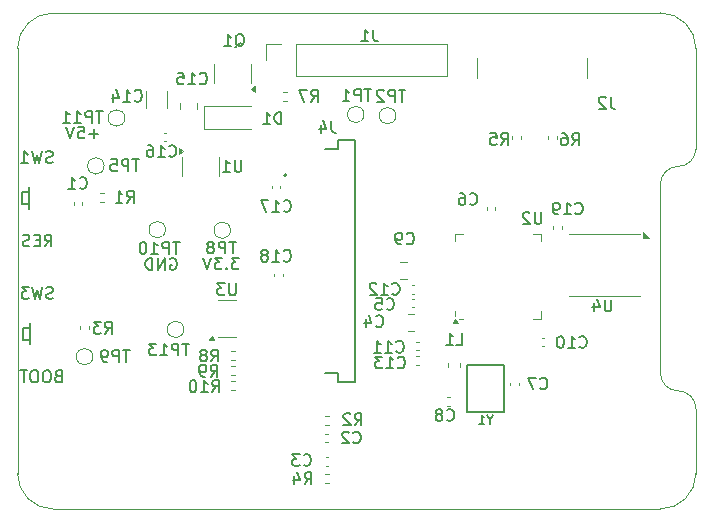
<source format=gbr>
%TF.GenerationSoftware,KiCad,Pcbnew,8.0.1-rc1*%
%TF.CreationDate,2024-04-16T22:30:49-06:00*%
%TF.ProjectId,bitaxe-ESP-OLED,62697461-7865-42d4-9553-502d4f4c4544,rev?*%
%TF.SameCoordinates,Original*%
%TF.FileFunction,Legend,Bot*%
%TF.FilePolarity,Positive*%
%FSLAX46Y46*%
G04 Gerber Fmt 4.6, Leading zero omitted, Abs format (unit mm)*
G04 Created by KiCad (PCBNEW 8.0.1-rc1) date 2024-04-16 22:30:49*
%MOMM*%
%LPD*%
G01*
G04 APERTURE LIST*
%ADD10C,0.150000*%
%ADD11C,0.200000*%
%ADD12C,0.120000*%
%ADD13C,0.127000*%
%TA.AperFunction,Profile*%
%ADD14C,0.100000*%
%TD*%
G04 APERTURE END LIST*
D10*
X136413220Y-72238866D02*
X135651316Y-72238866D01*
X136032268Y-72619819D02*
X136032268Y-71857914D01*
X134698935Y-71619819D02*
X135175125Y-71619819D01*
X135175125Y-71619819D02*
X135222744Y-72096009D01*
X135222744Y-72096009D02*
X135175125Y-72048390D01*
X135175125Y-72048390D02*
X135079887Y-72000771D01*
X135079887Y-72000771D02*
X134841792Y-72000771D01*
X134841792Y-72000771D02*
X134746554Y-72048390D01*
X134746554Y-72048390D02*
X134698935Y-72096009D01*
X134698935Y-72096009D02*
X134651316Y-72191247D01*
X134651316Y-72191247D02*
X134651316Y-72429342D01*
X134651316Y-72429342D02*
X134698935Y-72524580D01*
X134698935Y-72524580D02*
X134746554Y-72572200D01*
X134746554Y-72572200D02*
X134841792Y-72619819D01*
X134841792Y-72619819D02*
X135079887Y-72619819D01*
X135079887Y-72619819D02*
X135175125Y-72572200D01*
X135175125Y-72572200D02*
X135222744Y-72524580D01*
X134365601Y-71619819D02*
X134032268Y-72619819D01*
X134032268Y-72619819D02*
X133698935Y-71619819D01*
X142489411Y-82817438D02*
X142584649Y-82769819D01*
X142584649Y-82769819D02*
X142727506Y-82769819D01*
X142727506Y-82769819D02*
X142870363Y-82817438D01*
X142870363Y-82817438D02*
X142965601Y-82912676D01*
X142965601Y-82912676D02*
X143013220Y-83007914D01*
X143013220Y-83007914D02*
X143060839Y-83198390D01*
X143060839Y-83198390D02*
X143060839Y-83341247D01*
X143060839Y-83341247D02*
X143013220Y-83531723D01*
X143013220Y-83531723D02*
X142965601Y-83626961D01*
X142965601Y-83626961D02*
X142870363Y-83722200D01*
X142870363Y-83722200D02*
X142727506Y-83769819D01*
X142727506Y-83769819D02*
X142632268Y-83769819D01*
X142632268Y-83769819D02*
X142489411Y-83722200D01*
X142489411Y-83722200D02*
X142441792Y-83674580D01*
X142441792Y-83674580D02*
X142441792Y-83341247D01*
X142441792Y-83341247D02*
X142632268Y-83341247D01*
X142013220Y-83769819D02*
X142013220Y-82769819D01*
X142013220Y-82769819D02*
X141441792Y-83769819D01*
X141441792Y-83769819D02*
X141441792Y-82769819D01*
X140965601Y-83769819D02*
X140965601Y-82769819D01*
X140965601Y-82769819D02*
X140727506Y-82769819D01*
X140727506Y-82769819D02*
X140584649Y-82817438D01*
X140584649Y-82817438D02*
X140489411Y-82912676D01*
X140489411Y-82912676D02*
X140441792Y-83007914D01*
X140441792Y-83007914D02*
X140394173Y-83198390D01*
X140394173Y-83198390D02*
X140394173Y-83341247D01*
X140394173Y-83341247D02*
X140441792Y-83531723D01*
X140441792Y-83531723D02*
X140489411Y-83626961D01*
X140489411Y-83626961D02*
X140584649Y-83722200D01*
X140584649Y-83722200D02*
X140727506Y-83769819D01*
X140727506Y-83769819D02*
X140965601Y-83769819D01*
X148308458Y-82719819D02*
X147689411Y-82719819D01*
X147689411Y-82719819D02*
X148022744Y-83100771D01*
X148022744Y-83100771D02*
X147879887Y-83100771D01*
X147879887Y-83100771D02*
X147784649Y-83148390D01*
X147784649Y-83148390D02*
X147737030Y-83196009D01*
X147737030Y-83196009D02*
X147689411Y-83291247D01*
X147689411Y-83291247D02*
X147689411Y-83529342D01*
X147689411Y-83529342D02*
X147737030Y-83624580D01*
X147737030Y-83624580D02*
X147784649Y-83672200D01*
X147784649Y-83672200D02*
X147879887Y-83719819D01*
X147879887Y-83719819D02*
X148165601Y-83719819D01*
X148165601Y-83719819D02*
X148260839Y-83672200D01*
X148260839Y-83672200D02*
X148308458Y-83624580D01*
X147260839Y-83624580D02*
X147213220Y-83672200D01*
X147213220Y-83672200D02*
X147260839Y-83719819D01*
X147260839Y-83719819D02*
X147308458Y-83672200D01*
X147308458Y-83672200D02*
X147260839Y-83624580D01*
X147260839Y-83624580D02*
X147260839Y-83719819D01*
X146879887Y-82719819D02*
X146260840Y-82719819D01*
X146260840Y-82719819D02*
X146594173Y-83100771D01*
X146594173Y-83100771D02*
X146451316Y-83100771D01*
X146451316Y-83100771D02*
X146356078Y-83148390D01*
X146356078Y-83148390D02*
X146308459Y-83196009D01*
X146308459Y-83196009D02*
X146260840Y-83291247D01*
X146260840Y-83291247D02*
X146260840Y-83529342D01*
X146260840Y-83529342D02*
X146308459Y-83624580D01*
X146308459Y-83624580D02*
X146356078Y-83672200D01*
X146356078Y-83672200D02*
X146451316Y-83719819D01*
X146451316Y-83719819D02*
X146737030Y-83719819D01*
X146737030Y-83719819D02*
X146832268Y-83672200D01*
X146832268Y-83672200D02*
X146879887Y-83624580D01*
X145975125Y-82719819D02*
X145641792Y-83719819D01*
X145641792Y-83719819D02*
X145308459Y-82719819D01*
D11*
X132996993Y-92743409D02*
X132854136Y-92791028D01*
X132854136Y-92791028D02*
X132806517Y-92838647D01*
X132806517Y-92838647D02*
X132758898Y-92933885D01*
X132758898Y-92933885D02*
X132758898Y-93076742D01*
X132758898Y-93076742D02*
X132806517Y-93171980D01*
X132806517Y-93171980D02*
X132854136Y-93219600D01*
X132854136Y-93219600D02*
X132949374Y-93267219D01*
X132949374Y-93267219D02*
X133330326Y-93267219D01*
X133330326Y-93267219D02*
X133330326Y-92267219D01*
X133330326Y-92267219D02*
X132996993Y-92267219D01*
X132996993Y-92267219D02*
X132901755Y-92314838D01*
X132901755Y-92314838D02*
X132854136Y-92362457D01*
X132854136Y-92362457D02*
X132806517Y-92457695D01*
X132806517Y-92457695D02*
X132806517Y-92552933D01*
X132806517Y-92552933D02*
X132854136Y-92648171D01*
X132854136Y-92648171D02*
X132901755Y-92695790D01*
X132901755Y-92695790D02*
X132996993Y-92743409D01*
X132996993Y-92743409D02*
X133330326Y-92743409D01*
X132139850Y-92267219D02*
X131949374Y-92267219D01*
X131949374Y-92267219D02*
X131854136Y-92314838D01*
X131854136Y-92314838D02*
X131758898Y-92410076D01*
X131758898Y-92410076D02*
X131711279Y-92600552D01*
X131711279Y-92600552D02*
X131711279Y-92933885D01*
X131711279Y-92933885D02*
X131758898Y-93124361D01*
X131758898Y-93124361D02*
X131854136Y-93219600D01*
X131854136Y-93219600D02*
X131949374Y-93267219D01*
X131949374Y-93267219D02*
X132139850Y-93267219D01*
X132139850Y-93267219D02*
X132235088Y-93219600D01*
X132235088Y-93219600D02*
X132330326Y-93124361D01*
X132330326Y-93124361D02*
X132377945Y-92933885D01*
X132377945Y-92933885D02*
X132377945Y-92600552D01*
X132377945Y-92600552D02*
X132330326Y-92410076D01*
X132330326Y-92410076D02*
X132235088Y-92314838D01*
X132235088Y-92314838D02*
X132139850Y-92267219D01*
X131092231Y-92267219D02*
X130901755Y-92267219D01*
X130901755Y-92267219D02*
X130806517Y-92314838D01*
X130806517Y-92314838D02*
X130711279Y-92410076D01*
X130711279Y-92410076D02*
X130663660Y-92600552D01*
X130663660Y-92600552D02*
X130663660Y-92933885D01*
X130663660Y-92933885D02*
X130711279Y-93124361D01*
X130711279Y-93124361D02*
X130806517Y-93219600D01*
X130806517Y-93219600D02*
X130901755Y-93267219D01*
X130901755Y-93267219D02*
X131092231Y-93267219D01*
X131092231Y-93267219D02*
X131187469Y-93219600D01*
X131187469Y-93219600D02*
X131282707Y-93124361D01*
X131282707Y-93124361D02*
X131330326Y-92933885D01*
X131330326Y-92933885D02*
X131330326Y-92600552D01*
X131330326Y-92600552D02*
X131282707Y-92410076D01*
X131282707Y-92410076D02*
X131187469Y-92314838D01*
X131187469Y-92314838D02*
X131092231Y-92267219D01*
X130377945Y-92267219D02*
X129806517Y-92267219D01*
X130092231Y-93267219D02*
X130092231Y-92267219D01*
X131858898Y-81767219D02*
X132192231Y-81291028D01*
X132430326Y-81767219D02*
X132430326Y-80767219D01*
X132430326Y-80767219D02*
X132049374Y-80767219D01*
X132049374Y-80767219D02*
X131954136Y-80814838D01*
X131954136Y-80814838D02*
X131906517Y-80862457D01*
X131906517Y-80862457D02*
X131858898Y-80957695D01*
X131858898Y-80957695D02*
X131858898Y-81100552D01*
X131858898Y-81100552D02*
X131906517Y-81195790D01*
X131906517Y-81195790D02*
X131954136Y-81243409D01*
X131954136Y-81243409D02*
X132049374Y-81291028D01*
X132049374Y-81291028D02*
X132430326Y-81291028D01*
X131430326Y-81243409D02*
X131096993Y-81243409D01*
X130954136Y-81767219D02*
X131430326Y-81767219D01*
X131430326Y-81767219D02*
X131430326Y-80767219D01*
X131430326Y-80767219D02*
X130954136Y-80767219D01*
X130573183Y-81719600D02*
X130430326Y-81767219D01*
X130430326Y-81767219D02*
X130192231Y-81767219D01*
X130192231Y-81767219D02*
X130096993Y-81719600D01*
X130096993Y-81719600D02*
X130049374Y-81671980D01*
X130049374Y-81671980D02*
X130001755Y-81576742D01*
X130001755Y-81576742D02*
X130001755Y-81481504D01*
X130001755Y-81481504D02*
X130049374Y-81386266D01*
X130049374Y-81386266D02*
X130096993Y-81338647D01*
X130096993Y-81338647D02*
X130192231Y-81291028D01*
X130192231Y-81291028D02*
X130382707Y-81243409D01*
X130382707Y-81243409D02*
X130477945Y-81195790D01*
X130477945Y-81195790D02*
X130525564Y-81148171D01*
X130525564Y-81148171D02*
X130573183Y-81052933D01*
X130573183Y-81052933D02*
X130573183Y-80957695D01*
X130573183Y-80957695D02*
X130525564Y-80862457D01*
X130525564Y-80862457D02*
X130477945Y-80814838D01*
X130477945Y-80814838D02*
X130382707Y-80767219D01*
X130382707Y-80767219D02*
X130144612Y-80767219D01*
X130144612Y-80767219D02*
X130001755Y-80814838D01*
D10*
X144088094Y-90004819D02*
X143516666Y-90004819D01*
X143802380Y-91004819D02*
X143802380Y-90004819D01*
X143183332Y-91004819D02*
X143183332Y-90004819D01*
X143183332Y-90004819D02*
X142802380Y-90004819D01*
X142802380Y-90004819D02*
X142707142Y-90052438D01*
X142707142Y-90052438D02*
X142659523Y-90100057D01*
X142659523Y-90100057D02*
X142611904Y-90195295D01*
X142611904Y-90195295D02*
X142611904Y-90338152D01*
X142611904Y-90338152D02*
X142659523Y-90433390D01*
X142659523Y-90433390D02*
X142707142Y-90481009D01*
X142707142Y-90481009D02*
X142802380Y-90528628D01*
X142802380Y-90528628D02*
X143183332Y-90528628D01*
X141659523Y-91004819D02*
X142230951Y-91004819D01*
X141945237Y-91004819D02*
X141945237Y-90004819D01*
X141945237Y-90004819D02*
X142040475Y-90147676D01*
X142040475Y-90147676D02*
X142135713Y-90242914D01*
X142135713Y-90242914D02*
X142230951Y-90290533D01*
X141326189Y-90004819D02*
X140707142Y-90004819D01*
X140707142Y-90004819D02*
X141040475Y-90385771D01*
X141040475Y-90385771D02*
X140897618Y-90385771D01*
X140897618Y-90385771D02*
X140802380Y-90433390D01*
X140802380Y-90433390D02*
X140754761Y-90481009D01*
X140754761Y-90481009D02*
X140707142Y-90576247D01*
X140707142Y-90576247D02*
X140707142Y-90814342D01*
X140707142Y-90814342D02*
X140754761Y-90909580D01*
X140754761Y-90909580D02*
X140802380Y-90957200D01*
X140802380Y-90957200D02*
X140897618Y-91004819D01*
X140897618Y-91004819D02*
X141183332Y-91004819D01*
X141183332Y-91004819D02*
X141278570Y-90957200D01*
X141278570Y-90957200D02*
X141326189Y-90909580D01*
X148061904Y-81354819D02*
X147490476Y-81354819D01*
X147776190Y-82354819D02*
X147776190Y-81354819D01*
X147157142Y-82354819D02*
X147157142Y-81354819D01*
X147157142Y-81354819D02*
X146776190Y-81354819D01*
X146776190Y-81354819D02*
X146680952Y-81402438D01*
X146680952Y-81402438D02*
X146633333Y-81450057D01*
X146633333Y-81450057D02*
X146585714Y-81545295D01*
X146585714Y-81545295D02*
X146585714Y-81688152D01*
X146585714Y-81688152D02*
X146633333Y-81783390D01*
X146633333Y-81783390D02*
X146680952Y-81831009D01*
X146680952Y-81831009D02*
X146776190Y-81878628D01*
X146776190Y-81878628D02*
X147157142Y-81878628D01*
X146014285Y-81783390D02*
X146109523Y-81735771D01*
X146109523Y-81735771D02*
X146157142Y-81688152D01*
X146157142Y-81688152D02*
X146204761Y-81592914D01*
X146204761Y-81592914D02*
X146204761Y-81545295D01*
X146204761Y-81545295D02*
X146157142Y-81450057D01*
X146157142Y-81450057D02*
X146109523Y-81402438D01*
X146109523Y-81402438D02*
X146014285Y-81354819D01*
X146014285Y-81354819D02*
X145823809Y-81354819D01*
X145823809Y-81354819D02*
X145728571Y-81402438D01*
X145728571Y-81402438D02*
X145680952Y-81450057D01*
X145680952Y-81450057D02*
X145633333Y-81545295D01*
X145633333Y-81545295D02*
X145633333Y-81592914D01*
X145633333Y-81592914D02*
X145680952Y-81688152D01*
X145680952Y-81688152D02*
X145728571Y-81735771D01*
X145728571Y-81735771D02*
X145823809Y-81783390D01*
X145823809Y-81783390D02*
X146014285Y-81783390D01*
X146014285Y-81783390D02*
X146109523Y-81831009D01*
X146109523Y-81831009D02*
X146157142Y-81878628D01*
X146157142Y-81878628D02*
X146204761Y-81973866D01*
X146204761Y-81973866D02*
X146204761Y-82164342D01*
X146204761Y-82164342D02*
X146157142Y-82259580D01*
X146157142Y-82259580D02*
X146109523Y-82307200D01*
X146109523Y-82307200D02*
X146014285Y-82354819D01*
X146014285Y-82354819D02*
X145823809Y-82354819D01*
X145823809Y-82354819D02*
X145728571Y-82307200D01*
X145728571Y-82307200D02*
X145680952Y-82259580D01*
X145680952Y-82259580D02*
X145633333Y-82164342D01*
X145633333Y-82164342D02*
X145633333Y-81973866D01*
X145633333Y-81973866D02*
X145680952Y-81878628D01*
X145680952Y-81878628D02*
X145728571Y-81831009D01*
X145728571Y-81831009D02*
X145823809Y-81783390D01*
X136788094Y-70304819D02*
X136216666Y-70304819D01*
X136502380Y-71304819D02*
X136502380Y-70304819D01*
X135883332Y-71304819D02*
X135883332Y-70304819D01*
X135883332Y-70304819D02*
X135502380Y-70304819D01*
X135502380Y-70304819D02*
X135407142Y-70352438D01*
X135407142Y-70352438D02*
X135359523Y-70400057D01*
X135359523Y-70400057D02*
X135311904Y-70495295D01*
X135311904Y-70495295D02*
X135311904Y-70638152D01*
X135311904Y-70638152D02*
X135359523Y-70733390D01*
X135359523Y-70733390D02*
X135407142Y-70781009D01*
X135407142Y-70781009D02*
X135502380Y-70828628D01*
X135502380Y-70828628D02*
X135883332Y-70828628D01*
X134359523Y-71304819D02*
X134930951Y-71304819D01*
X134645237Y-71304819D02*
X134645237Y-70304819D01*
X134645237Y-70304819D02*
X134740475Y-70447676D01*
X134740475Y-70447676D02*
X134835713Y-70542914D01*
X134835713Y-70542914D02*
X134930951Y-70590533D01*
X133407142Y-71304819D02*
X133978570Y-71304819D01*
X133692856Y-71304819D02*
X133692856Y-70304819D01*
X133692856Y-70304819D02*
X133788094Y-70447676D01*
X133788094Y-70447676D02*
X133883332Y-70542914D01*
X133883332Y-70542914D02*
X133978570Y-70590533D01*
X143288094Y-81404819D02*
X142716666Y-81404819D01*
X143002380Y-82404819D02*
X143002380Y-81404819D01*
X142383332Y-82404819D02*
X142383332Y-81404819D01*
X142383332Y-81404819D02*
X142002380Y-81404819D01*
X142002380Y-81404819D02*
X141907142Y-81452438D01*
X141907142Y-81452438D02*
X141859523Y-81500057D01*
X141859523Y-81500057D02*
X141811904Y-81595295D01*
X141811904Y-81595295D02*
X141811904Y-81738152D01*
X141811904Y-81738152D02*
X141859523Y-81833390D01*
X141859523Y-81833390D02*
X141907142Y-81881009D01*
X141907142Y-81881009D02*
X142002380Y-81928628D01*
X142002380Y-81928628D02*
X142383332Y-81928628D01*
X140859523Y-82404819D02*
X141430951Y-82404819D01*
X141145237Y-82404819D02*
X141145237Y-81404819D01*
X141145237Y-81404819D02*
X141240475Y-81547676D01*
X141240475Y-81547676D02*
X141335713Y-81642914D01*
X141335713Y-81642914D02*
X141430951Y-81690533D01*
X140240475Y-81404819D02*
X140145237Y-81404819D01*
X140145237Y-81404819D02*
X140049999Y-81452438D01*
X140049999Y-81452438D02*
X140002380Y-81500057D01*
X140002380Y-81500057D02*
X139954761Y-81595295D01*
X139954761Y-81595295D02*
X139907142Y-81785771D01*
X139907142Y-81785771D02*
X139907142Y-82023866D01*
X139907142Y-82023866D02*
X139954761Y-82214342D01*
X139954761Y-82214342D02*
X140002380Y-82309580D01*
X140002380Y-82309580D02*
X140049999Y-82357200D01*
X140049999Y-82357200D02*
X140145237Y-82404819D01*
X140145237Y-82404819D02*
X140240475Y-82404819D01*
X140240475Y-82404819D02*
X140335713Y-82357200D01*
X140335713Y-82357200D02*
X140383332Y-82309580D01*
X140383332Y-82309580D02*
X140430951Y-82214342D01*
X140430951Y-82214342D02*
X140478570Y-82023866D01*
X140478570Y-82023866D02*
X140478570Y-81785771D01*
X140478570Y-81785771D02*
X140430951Y-81595295D01*
X140430951Y-81595295D02*
X140383332Y-81500057D01*
X140383332Y-81500057D02*
X140335713Y-81452438D01*
X140335713Y-81452438D02*
X140240475Y-81404819D01*
X139061904Y-90554819D02*
X138490476Y-90554819D01*
X138776190Y-91554819D02*
X138776190Y-90554819D01*
X138157142Y-91554819D02*
X138157142Y-90554819D01*
X138157142Y-90554819D02*
X137776190Y-90554819D01*
X137776190Y-90554819D02*
X137680952Y-90602438D01*
X137680952Y-90602438D02*
X137633333Y-90650057D01*
X137633333Y-90650057D02*
X137585714Y-90745295D01*
X137585714Y-90745295D02*
X137585714Y-90888152D01*
X137585714Y-90888152D02*
X137633333Y-90983390D01*
X137633333Y-90983390D02*
X137680952Y-91031009D01*
X137680952Y-91031009D02*
X137776190Y-91078628D01*
X137776190Y-91078628D02*
X138157142Y-91078628D01*
X137109523Y-91554819D02*
X136919047Y-91554819D01*
X136919047Y-91554819D02*
X136823809Y-91507200D01*
X136823809Y-91507200D02*
X136776190Y-91459580D01*
X136776190Y-91459580D02*
X136680952Y-91316723D01*
X136680952Y-91316723D02*
X136633333Y-91126247D01*
X136633333Y-91126247D02*
X136633333Y-90745295D01*
X136633333Y-90745295D02*
X136680952Y-90650057D01*
X136680952Y-90650057D02*
X136728571Y-90602438D01*
X136728571Y-90602438D02*
X136823809Y-90554819D01*
X136823809Y-90554819D02*
X137014285Y-90554819D01*
X137014285Y-90554819D02*
X137109523Y-90602438D01*
X137109523Y-90602438D02*
X137157142Y-90650057D01*
X137157142Y-90650057D02*
X137204761Y-90745295D01*
X137204761Y-90745295D02*
X137204761Y-90983390D01*
X137204761Y-90983390D02*
X137157142Y-91078628D01*
X137157142Y-91078628D02*
X137109523Y-91126247D01*
X137109523Y-91126247D02*
X137014285Y-91173866D01*
X137014285Y-91173866D02*
X136823809Y-91173866D01*
X136823809Y-91173866D02*
X136728571Y-91126247D01*
X136728571Y-91126247D02*
X136680952Y-91078628D01*
X136680952Y-91078628D02*
X136633333Y-90983390D01*
X139861904Y-74404819D02*
X139290476Y-74404819D01*
X139576190Y-75404819D02*
X139576190Y-74404819D01*
X138957142Y-75404819D02*
X138957142Y-74404819D01*
X138957142Y-74404819D02*
X138576190Y-74404819D01*
X138576190Y-74404819D02*
X138480952Y-74452438D01*
X138480952Y-74452438D02*
X138433333Y-74500057D01*
X138433333Y-74500057D02*
X138385714Y-74595295D01*
X138385714Y-74595295D02*
X138385714Y-74738152D01*
X138385714Y-74738152D02*
X138433333Y-74833390D01*
X138433333Y-74833390D02*
X138480952Y-74881009D01*
X138480952Y-74881009D02*
X138576190Y-74928628D01*
X138576190Y-74928628D02*
X138957142Y-74928628D01*
X137480952Y-74404819D02*
X137957142Y-74404819D01*
X137957142Y-74404819D02*
X138004761Y-74881009D01*
X138004761Y-74881009D02*
X137957142Y-74833390D01*
X137957142Y-74833390D02*
X137861904Y-74785771D01*
X137861904Y-74785771D02*
X137623809Y-74785771D01*
X137623809Y-74785771D02*
X137528571Y-74833390D01*
X137528571Y-74833390D02*
X137480952Y-74881009D01*
X137480952Y-74881009D02*
X137433333Y-74976247D01*
X137433333Y-74976247D02*
X137433333Y-75214342D01*
X137433333Y-75214342D02*
X137480952Y-75309580D01*
X137480952Y-75309580D02*
X137528571Y-75357200D01*
X137528571Y-75357200D02*
X137623809Y-75404819D01*
X137623809Y-75404819D02*
X137861904Y-75404819D01*
X137861904Y-75404819D02*
X137957142Y-75357200D01*
X137957142Y-75357200D02*
X138004761Y-75309580D01*
X162411904Y-68504819D02*
X161840476Y-68504819D01*
X162126190Y-69504819D02*
X162126190Y-68504819D01*
X161507142Y-69504819D02*
X161507142Y-68504819D01*
X161507142Y-68504819D02*
X161126190Y-68504819D01*
X161126190Y-68504819D02*
X161030952Y-68552438D01*
X161030952Y-68552438D02*
X160983333Y-68600057D01*
X160983333Y-68600057D02*
X160935714Y-68695295D01*
X160935714Y-68695295D02*
X160935714Y-68838152D01*
X160935714Y-68838152D02*
X160983333Y-68933390D01*
X160983333Y-68933390D02*
X161030952Y-68981009D01*
X161030952Y-68981009D02*
X161126190Y-69028628D01*
X161126190Y-69028628D02*
X161507142Y-69028628D01*
X160554761Y-68600057D02*
X160507142Y-68552438D01*
X160507142Y-68552438D02*
X160411904Y-68504819D01*
X160411904Y-68504819D02*
X160173809Y-68504819D01*
X160173809Y-68504819D02*
X160078571Y-68552438D01*
X160078571Y-68552438D02*
X160030952Y-68600057D01*
X160030952Y-68600057D02*
X159983333Y-68695295D01*
X159983333Y-68695295D02*
X159983333Y-68790533D01*
X159983333Y-68790533D02*
X160030952Y-68933390D01*
X160030952Y-68933390D02*
X160602380Y-69504819D01*
X160602380Y-69504819D02*
X159983333Y-69504819D01*
X159511904Y-68454819D02*
X158940476Y-68454819D01*
X159226190Y-69454819D02*
X159226190Y-68454819D01*
X158607142Y-69454819D02*
X158607142Y-68454819D01*
X158607142Y-68454819D02*
X158226190Y-68454819D01*
X158226190Y-68454819D02*
X158130952Y-68502438D01*
X158130952Y-68502438D02*
X158083333Y-68550057D01*
X158083333Y-68550057D02*
X158035714Y-68645295D01*
X158035714Y-68645295D02*
X158035714Y-68788152D01*
X158035714Y-68788152D02*
X158083333Y-68883390D01*
X158083333Y-68883390D02*
X158130952Y-68931009D01*
X158130952Y-68931009D02*
X158226190Y-68978628D01*
X158226190Y-68978628D02*
X158607142Y-68978628D01*
X157083333Y-69454819D02*
X157654761Y-69454819D01*
X157369047Y-69454819D02*
X157369047Y-68454819D01*
X157369047Y-68454819D02*
X157464285Y-68597676D01*
X157464285Y-68597676D02*
X157559523Y-68692914D01*
X157559523Y-68692914D02*
X157654761Y-68740533D01*
X144992857Y-67959580D02*
X145040476Y-68007200D01*
X145040476Y-68007200D02*
X145183333Y-68054819D01*
X145183333Y-68054819D02*
X145278571Y-68054819D01*
X145278571Y-68054819D02*
X145421428Y-68007200D01*
X145421428Y-68007200D02*
X145516666Y-67911961D01*
X145516666Y-67911961D02*
X145564285Y-67816723D01*
X145564285Y-67816723D02*
X145611904Y-67626247D01*
X145611904Y-67626247D02*
X145611904Y-67483390D01*
X145611904Y-67483390D02*
X145564285Y-67292914D01*
X145564285Y-67292914D02*
X145516666Y-67197676D01*
X145516666Y-67197676D02*
X145421428Y-67102438D01*
X145421428Y-67102438D02*
X145278571Y-67054819D01*
X145278571Y-67054819D02*
X145183333Y-67054819D01*
X145183333Y-67054819D02*
X145040476Y-67102438D01*
X145040476Y-67102438D02*
X144992857Y-67150057D01*
X144040476Y-68054819D02*
X144611904Y-68054819D01*
X144326190Y-68054819D02*
X144326190Y-67054819D01*
X144326190Y-67054819D02*
X144421428Y-67197676D01*
X144421428Y-67197676D02*
X144516666Y-67292914D01*
X144516666Y-67292914D02*
X144611904Y-67340533D01*
X143135714Y-67054819D02*
X143611904Y-67054819D01*
X143611904Y-67054819D02*
X143659523Y-67531009D01*
X143659523Y-67531009D02*
X143611904Y-67483390D01*
X143611904Y-67483390D02*
X143516666Y-67435771D01*
X143516666Y-67435771D02*
X143278571Y-67435771D01*
X143278571Y-67435771D02*
X143183333Y-67483390D01*
X143183333Y-67483390D02*
X143135714Y-67531009D01*
X143135714Y-67531009D02*
X143088095Y-67626247D01*
X143088095Y-67626247D02*
X143088095Y-67864342D01*
X143088095Y-67864342D02*
X143135714Y-67959580D01*
X143135714Y-67959580D02*
X143183333Y-68007200D01*
X143183333Y-68007200D02*
X143278571Y-68054819D01*
X143278571Y-68054819D02*
X143516666Y-68054819D01*
X143516666Y-68054819D02*
X143611904Y-68007200D01*
X143611904Y-68007200D02*
X143659523Y-67959580D01*
X156133333Y-71154819D02*
X156133333Y-71869104D01*
X156133333Y-71869104D02*
X156180952Y-72011961D01*
X156180952Y-72011961D02*
X156276190Y-72107200D01*
X156276190Y-72107200D02*
X156419047Y-72154819D01*
X156419047Y-72154819D02*
X156514285Y-72154819D01*
X155228571Y-71488152D02*
X155228571Y-72154819D01*
X155466666Y-71107200D02*
X155704761Y-71821485D01*
X155704761Y-71821485D02*
X155085714Y-71821485D01*
X176516666Y-73204819D02*
X176849999Y-72728628D01*
X177088094Y-73204819D02*
X177088094Y-72204819D01*
X177088094Y-72204819D02*
X176707142Y-72204819D01*
X176707142Y-72204819D02*
X176611904Y-72252438D01*
X176611904Y-72252438D02*
X176564285Y-72300057D01*
X176564285Y-72300057D02*
X176516666Y-72395295D01*
X176516666Y-72395295D02*
X176516666Y-72538152D01*
X176516666Y-72538152D02*
X176564285Y-72633390D01*
X176564285Y-72633390D02*
X176611904Y-72681009D01*
X176611904Y-72681009D02*
X176707142Y-72728628D01*
X176707142Y-72728628D02*
X177088094Y-72728628D01*
X175659523Y-72204819D02*
X175849999Y-72204819D01*
X175849999Y-72204819D02*
X175945237Y-72252438D01*
X175945237Y-72252438D02*
X175992856Y-72300057D01*
X175992856Y-72300057D02*
X176088094Y-72442914D01*
X176088094Y-72442914D02*
X176135713Y-72633390D01*
X176135713Y-72633390D02*
X176135713Y-73014342D01*
X176135713Y-73014342D02*
X176088094Y-73109580D01*
X176088094Y-73109580D02*
X176040475Y-73157200D01*
X176040475Y-73157200D02*
X175945237Y-73204819D01*
X175945237Y-73204819D02*
X175754761Y-73204819D01*
X175754761Y-73204819D02*
X175659523Y-73157200D01*
X175659523Y-73157200D02*
X175611904Y-73109580D01*
X175611904Y-73109580D02*
X175564285Y-73014342D01*
X175564285Y-73014342D02*
X175564285Y-72776247D01*
X175564285Y-72776247D02*
X175611904Y-72681009D01*
X175611904Y-72681009D02*
X175659523Y-72633390D01*
X175659523Y-72633390D02*
X175754761Y-72585771D01*
X175754761Y-72585771D02*
X175945237Y-72585771D01*
X175945237Y-72585771D02*
X176040475Y-72633390D01*
X176040475Y-72633390D02*
X176088094Y-72681009D01*
X176088094Y-72681009D02*
X176135713Y-72776247D01*
X170516666Y-73154819D02*
X170849999Y-72678628D01*
X171088094Y-73154819D02*
X171088094Y-72154819D01*
X171088094Y-72154819D02*
X170707142Y-72154819D01*
X170707142Y-72154819D02*
X170611904Y-72202438D01*
X170611904Y-72202438D02*
X170564285Y-72250057D01*
X170564285Y-72250057D02*
X170516666Y-72345295D01*
X170516666Y-72345295D02*
X170516666Y-72488152D01*
X170516666Y-72488152D02*
X170564285Y-72583390D01*
X170564285Y-72583390D02*
X170611904Y-72631009D01*
X170611904Y-72631009D02*
X170707142Y-72678628D01*
X170707142Y-72678628D02*
X171088094Y-72678628D01*
X169611904Y-72154819D02*
X170088094Y-72154819D01*
X170088094Y-72154819D02*
X170135713Y-72631009D01*
X170135713Y-72631009D02*
X170088094Y-72583390D01*
X170088094Y-72583390D02*
X169992856Y-72535771D01*
X169992856Y-72535771D02*
X169754761Y-72535771D01*
X169754761Y-72535771D02*
X169659523Y-72583390D01*
X169659523Y-72583390D02*
X169611904Y-72631009D01*
X169611904Y-72631009D02*
X169564285Y-72726247D01*
X169564285Y-72726247D02*
X169564285Y-72964342D01*
X169564285Y-72964342D02*
X169611904Y-73059580D01*
X169611904Y-73059580D02*
X169659523Y-73107200D01*
X169659523Y-73107200D02*
X169754761Y-73154819D01*
X169754761Y-73154819D02*
X169992856Y-73154819D01*
X169992856Y-73154819D02*
X170088094Y-73107200D01*
X170088094Y-73107200D02*
X170135713Y-73059580D01*
X146042857Y-94104819D02*
X146376190Y-93628628D01*
X146614285Y-94104819D02*
X146614285Y-93104819D01*
X146614285Y-93104819D02*
X146233333Y-93104819D01*
X146233333Y-93104819D02*
X146138095Y-93152438D01*
X146138095Y-93152438D02*
X146090476Y-93200057D01*
X146090476Y-93200057D02*
X146042857Y-93295295D01*
X146042857Y-93295295D02*
X146042857Y-93438152D01*
X146042857Y-93438152D02*
X146090476Y-93533390D01*
X146090476Y-93533390D02*
X146138095Y-93581009D01*
X146138095Y-93581009D02*
X146233333Y-93628628D01*
X146233333Y-93628628D02*
X146614285Y-93628628D01*
X145090476Y-94104819D02*
X145661904Y-94104819D01*
X145376190Y-94104819D02*
X145376190Y-93104819D01*
X145376190Y-93104819D02*
X145471428Y-93247676D01*
X145471428Y-93247676D02*
X145566666Y-93342914D01*
X145566666Y-93342914D02*
X145661904Y-93390533D01*
X144471428Y-93104819D02*
X144376190Y-93104819D01*
X144376190Y-93104819D02*
X144280952Y-93152438D01*
X144280952Y-93152438D02*
X144233333Y-93200057D01*
X144233333Y-93200057D02*
X144185714Y-93295295D01*
X144185714Y-93295295D02*
X144138095Y-93485771D01*
X144138095Y-93485771D02*
X144138095Y-93723866D01*
X144138095Y-93723866D02*
X144185714Y-93914342D01*
X144185714Y-93914342D02*
X144233333Y-94009580D01*
X144233333Y-94009580D02*
X144280952Y-94057200D01*
X144280952Y-94057200D02*
X144376190Y-94104819D01*
X144376190Y-94104819D02*
X144471428Y-94104819D01*
X144471428Y-94104819D02*
X144566666Y-94057200D01*
X144566666Y-94057200D02*
X144614285Y-94009580D01*
X144614285Y-94009580D02*
X144661904Y-93914342D01*
X144661904Y-93914342D02*
X144709523Y-93723866D01*
X144709523Y-93723866D02*
X144709523Y-93485771D01*
X144709523Y-93485771D02*
X144661904Y-93295295D01*
X144661904Y-93295295D02*
X144614285Y-93200057D01*
X144614285Y-93200057D02*
X144566666Y-93152438D01*
X144566666Y-93152438D02*
X144471428Y-93104819D01*
X159916666Y-88509580D02*
X159964285Y-88557200D01*
X159964285Y-88557200D02*
X160107142Y-88604819D01*
X160107142Y-88604819D02*
X160202380Y-88604819D01*
X160202380Y-88604819D02*
X160345237Y-88557200D01*
X160345237Y-88557200D02*
X160440475Y-88461961D01*
X160440475Y-88461961D02*
X160488094Y-88366723D01*
X160488094Y-88366723D02*
X160535713Y-88176247D01*
X160535713Y-88176247D02*
X160535713Y-88033390D01*
X160535713Y-88033390D02*
X160488094Y-87842914D01*
X160488094Y-87842914D02*
X160440475Y-87747676D01*
X160440475Y-87747676D02*
X160345237Y-87652438D01*
X160345237Y-87652438D02*
X160202380Y-87604819D01*
X160202380Y-87604819D02*
X160107142Y-87604819D01*
X160107142Y-87604819D02*
X159964285Y-87652438D01*
X159964285Y-87652438D02*
X159916666Y-87700057D01*
X159059523Y-87938152D02*
X159059523Y-88604819D01*
X159297618Y-87557200D02*
X159535713Y-88271485D01*
X159535713Y-88271485D02*
X158916666Y-88271485D01*
X169580952Y-96431341D02*
X169580952Y-96812294D01*
X169847619Y-96012294D02*
X169580952Y-96431341D01*
X169580952Y-96431341D02*
X169314286Y-96012294D01*
X168628572Y-96812294D02*
X169085715Y-96812294D01*
X168857143Y-96812294D02*
X168857143Y-96012294D01*
X168857143Y-96012294D02*
X168933334Y-96126579D01*
X168933334Y-96126579D02*
X169009524Y-96202770D01*
X169009524Y-96202770D02*
X169085715Y-96240865D01*
X132583332Y-86157200D02*
X132440475Y-86204819D01*
X132440475Y-86204819D02*
X132202380Y-86204819D01*
X132202380Y-86204819D02*
X132107142Y-86157200D01*
X132107142Y-86157200D02*
X132059523Y-86109580D01*
X132059523Y-86109580D02*
X132011904Y-86014342D01*
X132011904Y-86014342D02*
X132011904Y-85919104D01*
X132011904Y-85919104D02*
X132059523Y-85823866D01*
X132059523Y-85823866D02*
X132107142Y-85776247D01*
X132107142Y-85776247D02*
X132202380Y-85728628D01*
X132202380Y-85728628D02*
X132392856Y-85681009D01*
X132392856Y-85681009D02*
X132488094Y-85633390D01*
X132488094Y-85633390D02*
X132535713Y-85585771D01*
X132535713Y-85585771D02*
X132583332Y-85490533D01*
X132583332Y-85490533D02*
X132583332Y-85395295D01*
X132583332Y-85395295D02*
X132535713Y-85300057D01*
X132535713Y-85300057D02*
X132488094Y-85252438D01*
X132488094Y-85252438D02*
X132392856Y-85204819D01*
X132392856Y-85204819D02*
X132154761Y-85204819D01*
X132154761Y-85204819D02*
X132011904Y-85252438D01*
X131678570Y-85204819D02*
X131440475Y-86204819D01*
X131440475Y-86204819D02*
X131249999Y-85490533D01*
X131249999Y-85490533D02*
X131059523Y-86204819D01*
X131059523Y-86204819D02*
X130821428Y-85204819D01*
X130535713Y-85204819D02*
X129916666Y-85204819D01*
X129916666Y-85204819D02*
X130249999Y-85585771D01*
X130249999Y-85585771D02*
X130107142Y-85585771D01*
X130107142Y-85585771D02*
X130011904Y-85633390D01*
X130011904Y-85633390D02*
X129964285Y-85681009D01*
X129964285Y-85681009D02*
X129916666Y-85776247D01*
X129916666Y-85776247D02*
X129916666Y-86014342D01*
X129916666Y-86014342D02*
X129964285Y-86109580D01*
X129964285Y-86109580D02*
X130011904Y-86157200D01*
X130011904Y-86157200D02*
X130107142Y-86204819D01*
X130107142Y-86204819D02*
X130392856Y-86204819D01*
X130392856Y-86204819D02*
X130488094Y-86157200D01*
X130488094Y-86157200D02*
X130535713Y-86109580D01*
X134816666Y-76809580D02*
X134864285Y-76857200D01*
X134864285Y-76857200D02*
X135007142Y-76904819D01*
X135007142Y-76904819D02*
X135102380Y-76904819D01*
X135102380Y-76904819D02*
X135245237Y-76857200D01*
X135245237Y-76857200D02*
X135340475Y-76761961D01*
X135340475Y-76761961D02*
X135388094Y-76666723D01*
X135388094Y-76666723D02*
X135435713Y-76476247D01*
X135435713Y-76476247D02*
X135435713Y-76333390D01*
X135435713Y-76333390D02*
X135388094Y-76142914D01*
X135388094Y-76142914D02*
X135340475Y-76047676D01*
X135340475Y-76047676D02*
X135245237Y-75952438D01*
X135245237Y-75952438D02*
X135102380Y-75904819D01*
X135102380Y-75904819D02*
X135007142Y-75904819D01*
X135007142Y-75904819D02*
X134864285Y-75952438D01*
X134864285Y-75952438D02*
X134816666Y-76000057D01*
X133864285Y-76904819D02*
X134435713Y-76904819D01*
X134149999Y-76904819D02*
X134149999Y-75904819D01*
X134149999Y-75904819D02*
X134245237Y-76047676D01*
X134245237Y-76047676D02*
X134340475Y-76142914D01*
X134340475Y-76142914D02*
X134435713Y-76190533D01*
X173816666Y-93779580D02*
X173864285Y-93827200D01*
X173864285Y-93827200D02*
X174007142Y-93874819D01*
X174007142Y-93874819D02*
X174102380Y-93874819D01*
X174102380Y-93874819D02*
X174245237Y-93827200D01*
X174245237Y-93827200D02*
X174340475Y-93731961D01*
X174340475Y-93731961D02*
X174388094Y-93636723D01*
X174388094Y-93636723D02*
X174435713Y-93446247D01*
X174435713Y-93446247D02*
X174435713Y-93303390D01*
X174435713Y-93303390D02*
X174388094Y-93112914D01*
X174388094Y-93112914D02*
X174340475Y-93017676D01*
X174340475Y-93017676D02*
X174245237Y-92922438D01*
X174245237Y-92922438D02*
X174102380Y-92874819D01*
X174102380Y-92874819D02*
X174007142Y-92874819D01*
X174007142Y-92874819D02*
X173864285Y-92922438D01*
X173864285Y-92922438D02*
X173816666Y-92970057D01*
X173483332Y-92874819D02*
X172816666Y-92874819D01*
X172816666Y-92874819D02*
X173245237Y-93874819D01*
X179783333Y-69094819D02*
X179783333Y-69809104D01*
X179783333Y-69809104D02*
X179830952Y-69951961D01*
X179830952Y-69951961D02*
X179926190Y-70047200D01*
X179926190Y-70047200D02*
X180069047Y-70094819D01*
X180069047Y-70094819D02*
X180164285Y-70094819D01*
X179354761Y-69190057D02*
X179307142Y-69142438D01*
X179307142Y-69142438D02*
X179211904Y-69094819D01*
X179211904Y-69094819D02*
X178973809Y-69094819D01*
X178973809Y-69094819D02*
X178878571Y-69142438D01*
X178878571Y-69142438D02*
X178830952Y-69190057D01*
X178830952Y-69190057D02*
X178783333Y-69285295D01*
X178783333Y-69285295D02*
X178783333Y-69380533D01*
X178783333Y-69380533D02*
X178830952Y-69523390D01*
X178830952Y-69523390D02*
X179402380Y-70094819D01*
X179402380Y-70094819D02*
X178783333Y-70094819D01*
X148524404Y-74454819D02*
X148524404Y-75264342D01*
X148524404Y-75264342D02*
X148476785Y-75359580D01*
X148476785Y-75359580D02*
X148429166Y-75407200D01*
X148429166Y-75407200D02*
X148333928Y-75454819D01*
X148333928Y-75454819D02*
X148143452Y-75454819D01*
X148143452Y-75454819D02*
X148048214Y-75407200D01*
X148048214Y-75407200D02*
X148000595Y-75359580D01*
X148000595Y-75359580D02*
X147952976Y-75264342D01*
X147952976Y-75264342D02*
X147952976Y-74454819D01*
X146952976Y-75454819D02*
X147524404Y-75454819D01*
X147238690Y-75454819D02*
X147238690Y-74454819D01*
X147238690Y-74454819D02*
X147333928Y-74597676D01*
X147333928Y-74597676D02*
X147429166Y-74692914D01*
X147429166Y-74692914D02*
X147524404Y-74740533D01*
X138816666Y-78054819D02*
X139149999Y-77578628D01*
X139388094Y-78054819D02*
X139388094Y-77054819D01*
X139388094Y-77054819D02*
X139007142Y-77054819D01*
X139007142Y-77054819D02*
X138911904Y-77102438D01*
X138911904Y-77102438D02*
X138864285Y-77150057D01*
X138864285Y-77150057D02*
X138816666Y-77245295D01*
X138816666Y-77245295D02*
X138816666Y-77388152D01*
X138816666Y-77388152D02*
X138864285Y-77483390D01*
X138864285Y-77483390D02*
X138911904Y-77531009D01*
X138911904Y-77531009D02*
X139007142Y-77578628D01*
X139007142Y-77578628D02*
X139388094Y-77578628D01*
X137864285Y-78054819D02*
X138435713Y-78054819D01*
X138149999Y-78054819D02*
X138149999Y-77054819D01*
X138149999Y-77054819D02*
X138245237Y-77197676D01*
X138245237Y-77197676D02*
X138340475Y-77292914D01*
X138340475Y-77292914D02*
X138435713Y-77340533D01*
X173911904Y-78854819D02*
X173911904Y-79664342D01*
X173911904Y-79664342D02*
X173864285Y-79759580D01*
X173864285Y-79759580D02*
X173816666Y-79807200D01*
X173816666Y-79807200D02*
X173721428Y-79854819D01*
X173721428Y-79854819D02*
X173530952Y-79854819D01*
X173530952Y-79854819D02*
X173435714Y-79807200D01*
X173435714Y-79807200D02*
X173388095Y-79759580D01*
X173388095Y-79759580D02*
X173340476Y-79664342D01*
X173340476Y-79664342D02*
X173340476Y-78854819D01*
X172911904Y-78950057D02*
X172864285Y-78902438D01*
X172864285Y-78902438D02*
X172769047Y-78854819D01*
X172769047Y-78854819D02*
X172530952Y-78854819D01*
X172530952Y-78854819D02*
X172435714Y-78902438D01*
X172435714Y-78902438D02*
X172388095Y-78950057D01*
X172388095Y-78950057D02*
X172340476Y-79045295D01*
X172340476Y-79045295D02*
X172340476Y-79140533D01*
X172340476Y-79140533D02*
X172388095Y-79283390D01*
X172388095Y-79283390D02*
X172959523Y-79854819D01*
X172959523Y-79854819D02*
X172340476Y-79854819D01*
X147995238Y-64900057D02*
X148090476Y-64852438D01*
X148090476Y-64852438D02*
X148185714Y-64757200D01*
X148185714Y-64757200D02*
X148328571Y-64614342D01*
X148328571Y-64614342D02*
X148423809Y-64566723D01*
X148423809Y-64566723D02*
X148519047Y-64566723D01*
X148471428Y-64804819D02*
X148566666Y-64757200D01*
X148566666Y-64757200D02*
X148661904Y-64661961D01*
X148661904Y-64661961D02*
X148709523Y-64471485D01*
X148709523Y-64471485D02*
X148709523Y-64138152D01*
X148709523Y-64138152D02*
X148661904Y-63947676D01*
X148661904Y-63947676D02*
X148566666Y-63852438D01*
X148566666Y-63852438D02*
X148471428Y-63804819D01*
X148471428Y-63804819D02*
X148280952Y-63804819D01*
X148280952Y-63804819D02*
X148185714Y-63852438D01*
X148185714Y-63852438D02*
X148090476Y-63947676D01*
X148090476Y-63947676D02*
X148042857Y-64138152D01*
X148042857Y-64138152D02*
X148042857Y-64471485D01*
X148042857Y-64471485D02*
X148090476Y-64661961D01*
X148090476Y-64661961D02*
X148185714Y-64757200D01*
X148185714Y-64757200D02*
X148280952Y-64804819D01*
X148280952Y-64804819D02*
X148471428Y-64804819D01*
X147090476Y-64804819D02*
X147661904Y-64804819D01*
X147376190Y-64804819D02*
X147376190Y-63804819D01*
X147376190Y-63804819D02*
X147471428Y-63947676D01*
X147471428Y-63947676D02*
X147566666Y-64042914D01*
X147566666Y-64042914D02*
X147661904Y-64090533D01*
X162516666Y-81509580D02*
X162564285Y-81557200D01*
X162564285Y-81557200D02*
X162707142Y-81604819D01*
X162707142Y-81604819D02*
X162802380Y-81604819D01*
X162802380Y-81604819D02*
X162945237Y-81557200D01*
X162945237Y-81557200D02*
X163040475Y-81461961D01*
X163040475Y-81461961D02*
X163088094Y-81366723D01*
X163088094Y-81366723D02*
X163135713Y-81176247D01*
X163135713Y-81176247D02*
X163135713Y-81033390D01*
X163135713Y-81033390D02*
X163088094Y-80842914D01*
X163088094Y-80842914D02*
X163040475Y-80747676D01*
X163040475Y-80747676D02*
X162945237Y-80652438D01*
X162945237Y-80652438D02*
X162802380Y-80604819D01*
X162802380Y-80604819D02*
X162707142Y-80604819D01*
X162707142Y-80604819D02*
X162564285Y-80652438D01*
X162564285Y-80652438D02*
X162516666Y-80700057D01*
X162040475Y-81604819D02*
X161849999Y-81604819D01*
X161849999Y-81604819D02*
X161754761Y-81557200D01*
X161754761Y-81557200D02*
X161707142Y-81509580D01*
X161707142Y-81509580D02*
X161611904Y-81366723D01*
X161611904Y-81366723D02*
X161564285Y-81176247D01*
X161564285Y-81176247D02*
X161564285Y-80795295D01*
X161564285Y-80795295D02*
X161611904Y-80700057D01*
X161611904Y-80700057D02*
X161659523Y-80652438D01*
X161659523Y-80652438D02*
X161754761Y-80604819D01*
X161754761Y-80604819D02*
X161945237Y-80604819D01*
X161945237Y-80604819D02*
X162040475Y-80652438D01*
X162040475Y-80652438D02*
X162088094Y-80700057D01*
X162088094Y-80700057D02*
X162135713Y-80795295D01*
X162135713Y-80795295D02*
X162135713Y-81033390D01*
X162135713Y-81033390D02*
X162088094Y-81128628D01*
X162088094Y-81128628D02*
X162040475Y-81176247D01*
X162040475Y-81176247D02*
X161945237Y-81223866D01*
X161945237Y-81223866D02*
X161754761Y-81223866D01*
X161754761Y-81223866D02*
X161659523Y-81176247D01*
X161659523Y-81176247D02*
X161611904Y-81128628D01*
X161611904Y-81128628D02*
X161564285Y-81033390D01*
X145916666Y-92804819D02*
X146249999Y-92328628D01*
X146488094Y-92804819D02*
X146488094Y-91804819D01*
X146488094Y-91804819D02*
X146107142Y-91804819D01*
X146107142Y-91804819D02*
X146011904Y-91852438D01*
X146011904Y-91852438D02*
X145964285Y-91900057D01*
X145964285Y-91900057D02*
X145916666Y-91995295D01*
X145916666Y-91995295D02*
X145916666Y-92138152D01*
X145916666Y-92138152D02*
X145964285Y-92233390D01*
X145964285Y-92233390D02*
X146011904Y-92281009D01*
X146011904Y-92281009D02*
X146107142Y-92328628D01*
X146107142Y-92328628D02*
X146488094Y-92328628D01*
X145440475Y-92804819D02*
X145249999Y-92804819D01*
X145249999Y-92804819D02*
X145154761Y-92757200D01*
X145154761Y-92757200D02*
X145107142Y-92709580D01*
X145107142Y-92709580D02*
X145011904Y-92566723D01*
X145011904Y-92566723D02*
X144964285Y-92376247D01*
X144964285Y-92376247D02*
X144964285Y-91995295D01*
X144964285Y-91995295D02*
X145011904Y-91900057D01*
X145011904Y-91900057D02*
X145059523Y-91852438D01*
X145059523Y-91852438D02*
X145154761Y-91804819D01*
X145154761Y-91804819D02*
X145345237Y-91804819D01*
X145345237Y-91804819D02*
X145440475Y-91852438D01*
X145440475Y-91852438D02*
X145488094Y-91900057D01*
X145488094Y-91900057D02*
X145535713Y-91995295D01*
X145535713Y-91995295D02*
X145535713Y-92233390D01*
X145535713Y-92233390D02*
X145488094Y-92328628D01*
X145488094Y-92328628D02*
X145440475Y-92376247D01*
X145440475Y-92376247D02*
X145345237Y-92423866D01*
X145345237Y-92423866D02*
X145154761Y-92423866D01*
X145154761Y-92423866D02*
X145059523Y-92376247D01*
X145059523Y-92376247D02*
X145011904Y-92328628D01*
X145011904Y-92328628D02*
X144964285Y-92233390D01*
X152092858Y-82959579D02*
X152140477Y-83007199D01*
X152140477Y-83007199D02*
X152283334Y-83054818D01*
X152283334Y-83054818D02*
X152378572Y-83054818D01*
X152378572Y-83054818D02*
X152521429Y-83007199D01*
X152521429Y-83007199D02*
X152616667Y-82911960D01*
X152616667Y-82911960D02*
X152664286Y-82816722D01*
X152664286Y-82816722D02*
X152711905Y-82626246D01*
X152711905Y-82626246D02*
X152711905Y-82483389D01*
X152711905Y-82483389D02*
X152664286Y-82292913D01*
X152664286Y-82292913D02*
X152616667Y-82197675D01*
X152616667Y-82197675D02*
X152521429Y-82102437D01*
X152521429Y-82102437D02*
X152378572Y-82054818D01*
X152378572Y-82054818D02*
X152283334Y-82054818D01*
X152283334Y-82054818D02*
X152140477Y-82102437D01*
X152140477Y-82102437D02*
X152092858Y-82150056D01*
X151140477Y-83054818D02*
X151711905Y-83054818D01*
X151426191Y-83054818D02*
X151426191Y-82054818D01*
X151426191Y-82054818D02*
X151521429Y-82197675D01*
X151521429Y-82197675D02*
X151616667Y-82292913D01*
X151616667Y-82292913D02*
X151711905Y-82340532D01*
X150569048Y-82483389D02*
X150664286Y-82435770D01*
X150664286Y-82435770D02*
X150711905Y-82388151D01*
X150711905Y-82388151D02*
X150759524Y-82292913D01*
X150759524Y-82292913D02*
X150759524Y-82245294D01*
X150759524Y-82245294D02*
X150711905Y-82150056D01*
X150711905Y-82150056D02*
X150664286Y-82102437D01*
X150664286Y-82102437D02*
X150569048Y-82054818D01*
X150569048Y-82054818D02*
X150378572Y-82054818D01*
X150378572Y-82054818D02*
X150283334Y-82102437D01*
X150283334Y-82102437D02*
X150235715Y-82150056D01*
X150235715Y-82150056D02*
X150188096Y-82245294D01*
X150188096Y-82245294D02*
X150188096Y-82292913D01*
X150188096Y-82292913D02*
X150235715Y-82388151D01*
X150235715Y-82388151D02*
X150283334Y-82435770D01*
X150283334Y-82435770D02*
X150378572Y-82483389D01*
X150378572Y-82483389D02*
X150569048Y-82483389D01*
X150569048Y-82483389D02*
X150664286Y-82531008D01*
X150664286Y-82531008D02*
X150711905Y-82578627D01*
X150711905Y-82578627D02*
X150759524Y-82673865D01*
X150759524Y-82673865D02*
X150759524Y-82864341D01*
X150759524Y-82864341D02*
X150711905Y-82959579D01*
X150711905Y-82959579D02*
X150664286Y-83007199D01*
X150664286Y-83007199D02*
X150569048Y-83054818D01*
X150569048Y-83054818D02*
X150378572Y-83054818D01*
X150378572Y-83054818D02*
X150283334Y-83007199D01*
X150283334Y-83007199D02*
X150235715Y-82959579D01*
X150235715Y-82959579D02*
X150188096Y-82864341D01*
X150188096Y-82864341D02*
X150188096Y-82673865D01*
X150188096Y-82673865D02*
X150235715Y-82578627D01*
X150235715Y-82578627D02*
X150283334Y-82531008D01*
X150283334Y-82531008D02*
X150378572Y-82483389D01*
X179856904Y-86264819D02*
X179856904Y-87074342D01*
X179856904Y-87074342D02*
X179809285Y-87169580D01*
X179809285Y-87169580D02*
X179761666Y-87217200D01*
X179761666Y-87217200D02*
X179666428Y-87264819D01*
X179666428Y-87264819D02*
X179475952Y-87264819D01*
X179475952Y-87264819D02*
X179380714Y-87217200D01*
X179380714Y-87217200D02*
X179333095Y-87169580D01*
X179333095Y-87169580D02*
X179285476Y-87074342D01*
X179285476Y-87074342D02*
X179285476Y-86264819D01*
X178380714Y-86598152D02*
X178380714Y-87264819D01*
X178618809Y-86217200D02*
X178856904Y-86931485D01*
X178856904Y-86931485D02*
X178237857Y-86931485D01*
X153866666Y-101904819D02*
X154199999Y-101428628D01*
X154438094Y-101904819D02*
X154438094Y-100904819D01*
X154438094Y-100904819D02*
X154057142Y-100904819D01*
X154057142Y-100904819D02*
X153961904Y-100952438D01*
X153961904Y-100952438D02*
X153914285Y-101000057D01*
X153914285Y-101000057D02*
X153866666Y-101095295D01*
X153866666Y-101095295D02*
X153866666Y-101238152D01*
X153866666Y-101238152D02*
X153914285Y-101333390D01*
X153914285Y-101333390D02*
X153961904Y-101381009D01*
X153961904Y-101381009D02*
X154057142Y-101428628D01*
X154057142Y-101428628D02*
X154438094Y-101428628D01*
X153009523Y-101238152D02*
X153009523Y-101904819D01*
X153247618Y-100857200D02*
X153485713Y-101571485D01*
X153485713Y-101571485D02*
X152866666Y-101571485D01*
X166716666Y-90104819D02*
X167192856Y-90104819D01*
X167192856Y-90104819D02*
X167192856Y-89104819D01*
X165859523Y-90104819D02*
X166430951Y-90104819D01*
X166145237Y-90104819D02*
X166145237Y-89104819D01*
X166145237Y-89104819D02*
X166240475Y-89247676D01*
X166240475Y-89247676D02*
X166335713Y-89342914D01*
X166335713Y-89342914D02*
X166430951Y-89390533D01*
X167866666Y-78159580D02*
X167914285Y-78207200D01*
X167914285Y-78207200D02*
X168057142Y-78254819D01*
X168057142Y-78254819D02*
X168152380Y-78254819D01*
X168152380Y-78254819D02*
X168295237Y-78207200D01*
X168295237Y-78207200D02*
X168390475Y-78111961D01*
X168390475Y-78111961D02*
X168438094Y-78016723D01*
X168438094Y-78016723D02*
X168485713Y-77826247D01*
X168485713Y-77826247D02*
X168485713Y-77683390D01*
X168485713Y-77683390D02*
X168438094Y-77492914D01*
X168438094Y-77492914D02*
X168390475Y-77397676D01*
X168390475Y-77397676D02*
X168295237Y-77302438D01*
X168295237Y-77302438D02*
X168152380Y-77254819D01*
X168152380Y-77254819D02*
X168057142Y-77254819D01*
X168057142Y-77254819D02*
X167914285Y-77302438D01*
X167914285Y-77302438D02*
X167866666Y-77350057D01*
X167009523Y-77254819D02*
X167199999Y-77254819D01*
X167199999Y-77254819D02*
X167295237Y-77302438D01*
X167295237Y-77302438D02*
X167342856Y-77350057D01*
X167342856Y-77350057D02*
X167438094Y-77492914D01*
X167438094Y-77492914D02*
X167485713Y-77683390D01*
X167485713Y-77683390D02*
X167485713Y-78064342D01*
X167485713Y-78064342D02*
X167438094Y-78159580D01*
X167438094Y-78159580D02*
X167390475Y-78207200D01*
X167390475Y-78207200D02*
X167295237Y-78254819D01*
X167295237Y-78254819D02*
X167104761Y-78254819D01*
X167104761Y-78254819D02*
X167009523Y-78207200D01*
X167009523Y-78207200D02*
X166961904Y-78159580D01*
X166961904Y-78159580D02*
X166914285Y-78064342D01*
X166914285Y-78064342D02*
X166914285Y-77826247D01*
X166914285Y-77826247D02*
X166961904Y-77731009D01*
X166961904Y-77731009D02*
X167009523Y-77683390D01*
X167009523Y-77683390D02*
X167104761Y-77635771D01*
X167104761Y-77635771D02*
X167295237Y-77635771D01*
X167295237Y-77635771D02*
X167390475Y-77683390D01*
X167390475Y-77683390D02*
X167438094Y-77731009D01*
X167438094Y-77731009D02*
X167485713Y-77826247D01*
X136966667Y-89154818D02*
X137300000Y-88678627D01*
X137538095Y-89154818D02*
X137538095Y-88154818D01*
X137538095Y-88154818D02*
X137157143Y-88154818D01*
X137157143Y-88154818D02*
X137061905Y-88202437D01*
X137061905Y-88202437D02*
X137014286Y-88250056D01*
X137014286Y-88250056D02*
X136966667Y-88345294D01*
X136966667Y-88345294D02*
X136966667Y-88488151D01*
X136966667Y-88488151D02*
X137014286Y-88583389D01*
X137014286Y-88583389D02*
X137061905Y-88631008D01*
X137061905Y-88631008D02*
X137157143Y-88678627D01*
X137157143Y-88678627D02*
X137538095Y-88678627D01*
X136633333Y-88154818D02*
X136014286Y-88154818D01*
X136014286Y-88154818D02*
X136347619Y-88535770D01*
X136347619Y-88535770D02*
X136204762Y-88535770D01*
X136204762Y-88535770D02*
X136109524Y-88583389D01*
X136109524Y-88583389D02*
X136061905Y-88631008D01*
X136061905Y-88631008D02*
X136014286Y-88726246D01*
X136014286Y-88726246D02*
X136014286Y-88964341D01*
X136014286Y-88964341D02*
X136061905Y-89059579D01*
X136061905Y-89059579D02*
X136109524Y-89107199D01*
X136109524Y-89107199D02*
X136204762Y-89154818D01*
X136204762Y-89154818D02*
X136490476Y-89154818D01*
X136490476Y-89154818D02*
X136585714Y-89107199D01*
X136585714Y-89107199D02*
X136633333Y-89059579D01*
X142392857Y-74109580D02*
X142440476Y-74157200D01*
X142440476Y-74157200D02*
X142583333Y-74204819D01*
X142583333Y-74204819D02*
X142678571Y-74204819D01*
X142678571Y-74204819D02*
X142821428Y-74157200D01*
X142821428Y-74157200D02*
X142916666Y-74061961D01*
X142916666Y-74061961D02*
X142964285Y-73966723D01*
X142964285Y-73966723D02*
X143011904Y-73776247D01*
X143011904Y-73776247D02*
X143011904Y-73633390D01*
X143011904Y-73633390D02*
X142964285Y-73442914D01*
X142964285Y-73442914D02*
X142916666Y-73347676D01*
X142916666Y-73347676D02*
X142821428Y-73252438D01*
X142821428Y-73252438D02*
X142678571Y-73204819D01*
X142678571Y-73204819D02*
X142583333Y-73204819D01*
X142583333Y-73204819D02*
X142440476Y-73252438D01*
X142440476Y-73252438D02*
X142392857Y-73300057D01*
X141440476Y-74204819D02*
X142011904Y-74204819D01*
X141726190Y-74204819D02*
X141726190Y-73204819D01*
X141726190Y-73204819D02*
X141821428Y-73347676D01*
X141821428Y-73347676D02*
X141916666Y-73442914D01*
X141916666Y-73442914D02*
X142011904Y-73490533D01*
X140583333Y-73204819D02*
X140773809Y-73204819D01*
X140773809Y-73204819D02*
X140869047Y-73252438D01*
X140869047Y-73252438D02*
X140916666Y-73300057D01*
X140916666Y-73300057D02*
X141011904Y-73442914D01*
X141011904Y-73442914D02*
X141059523Y-73633390D01*
X141059523Y-73633390D02*
X141059523Y-74014342D01*
X141059523Y-74014342D02*
X141011904Y-74109580D01*
X141011904Y-74109580D02*
X140964285Y-74157200D01*
X140964285Y-74157200D02*
X140869047Y-74204819D01*
X140869047Y-74204819D02*
X140678571Y-74204819D01*
X140678571Y-74204819D02*
X140583333Y-74157200D01*
X140583333Y-74157200D02*
X140535714Y-74109580D01*
X140535714Y-74109580D02*
X140488095Y-74014342D01*
X140488095Y-74014342D02*
X140488095Y-73776247D01*
X140488095Y-73776247D02*
X140535714Y-73681009D01*
X140535714Y-73681009D02*
X140583333Y-73633390D01*
X140583333Y-73633390D02*
X140678571Y-73585771D01*
X140678571Y-73585771D02*
X140869047Y-73585771D01*
X140869047Y-73585771D02*
X140964285Y-73633390D01*
X140964285Y-73633390D02*
X141011904Y-73681009D01*
X141011904Y-73681009D02*
X141059523Y-73776247D01*
X151888095Y-71404818D02*
X151888095Y-70404818D01*
X151888095Y-70404818D02*
X151650000Y-70404818D01*
X151650000Y-70404818D02*
X151507143Y-70452437D01*
X151507143Y-70452437D02*
X151411905Y-70547675D01*
X151411905Y-70547675D02*
X151364286Y-70642913D01*
X151364286Y-70642913D02*
X151316667Y-70833389D01*
X151316667Y-70833389D02*
X151316667Y-70976246D01*
X151316667Y-70976246D02*
X151364286Y-71166722D01*
X151364286Y-71166722D02*
X151411905Y-71261960D01*
X151411905Y-71261960D02*
X151507143Y-71357199D01*
X151507143Y-71357199D02*
X151650000Y-71404818D01*
X151650000Y-71404818D02*
X151888095Y-71404818D01*
X150364286Y-71404818D02*
X150935714Y-71404818D01*
X150650000Y-71404818D02*
X150650000Y-70404818D01*
X150650000Y-70404818D02*
X150745238Y-70547675D01*
X150745238Y-70547675D02*
X150840476Y-70642913D01*
X150840476Y-70642913D02*
X150935714Y-70690532D01*
X161742857Y-92009580D02*
X161790476Y-92057200D01*
X161790476Y-92057200D02*
X161933333Y-92104819D01*
X161933333Y-92104819D02*
X162028571Y-92104819D01*
X162028571Y-92104819D02*
X162171428Y-92057200D01*
X162171428Y-92057200D02*
X162266666Y-91961961D01*
X162266666Y-91961961D02*
X162314285Y-91866723D01*
X162314285Y-91866723D02*
X162361904Y-91676247D01*
X162361904Y-91676247D02*
X162361904Y-91533390D01*
X162361904Y-91533390D02*
X162314285Y-91342914D01*
X162314285Y-91342914D02*
X162266666Y-91247676D01*
X162266666Y-91247676D02*
X162171428Y-91152438D01*
X162171428Y-91152438D02*
X162028571Y-91104819D01*
X162028571Y-91104819D02*
X161933333Y-91104819D01*
X161933333Y-91104819D02*
X161790476Y-91152438D01*
X161790476Y-91152438D02*
X161742857Y-91200057D01*
X160790476Y-92104819D02*
X161361904Y-92104819D01*
X161076190Y-92104819D02*
X161076190Y-91104819D01*
X161076190Y-91104819D02*
X161171428Y-91247676D01*
X161171428Y-91247676D02*
X161266666Y-91342914D01*
X161266666Y-91342914D02*
X161361904Y-91390533D01*
X160457142Y-91104819D02*
X159838095Y-91104819D01*
X159838095Y-91104819D02*
X160171428Y-91485771D01*
X160171428Y-91485771D02*
X160028571Y-91485771D01*
X160028571Y-91485771D02*
X159933333Y-91533390D01*
X159933333Y-91533390D02*
X159885714Y-91581009D01*
X159885714Y-91581009D02*
X159838095Y-91676247D01*
X159838095Y-91676247D02*
X159838095Y-91914342D01*
X159838095Y-91914342D02*
X159885714Y-92009580D01*
X159885714Y-92009580D02*
X159933333Y-92057200D01*
X159933333Y-92057200D02*
X160028571Y-92104819D01*
X160028571Y-92104819D02*
X160314285Y-92104819D01*
X160314285Y-92104819D02*
X160409523Y-92057200D01*
X160409523Y-92057200D02*
X160457142Y-92009580D01*
X161642857Y-90659580D02*
X161690476Y-90707200D01*
X161690476Y-90707200D02*
X161833333Y-90754819D01*
X161833333Y-90754819D02*
X161928571Y-90754819D01*
X161928571Y-90754819D02*
X162071428Y-90707200D01*
X162071428Y-90707200D02*
X162166666Y-90611961D01*
X162166666Y-90611961D02*
X162214285Y-90516723D01*
X162214285Y-90516723D02*
X162261904Y-90326247D01*
X162261904Y-90326247D02*
X162261904Y-90183390D01*
X162261904Y-90183390D02*
X162214285Y-89992914D01*
X162214285Y-89992914D02*
X162166666Y-89897676D01*
X162166666Y-89897676D02*
X162071428Y-89802438D01*
X162071428Y-89802438D02*
X161928571Y-89754819D01*
X161928571Y-89754819D02*
X161833333Y-89754819D01*
X161833333Y-89754819D02*
X161690476Y-89802438D01*
X161690476Y-89802438D02*
X161642857Y-89850057D01*
X160690476Y-90754819D02*
X161261904Y-90754819D01*
X160976190Y-90754819D02*
X160976190Y-89754819D01*
X160976190Y-89754819D02*
X161071428Y-89897676D01*
X161071428Y-89897676D02*
X161166666Y-89992914D01*
X161166666Y-89992914D02*
X161261904Y-90040533D01*
X159738095Y-90754819D02*
X160309523Y-90754819D01*
X160023809Y-90754819D02*
X160023809Y-89754819D01*
X160023809Y-89754819D02*
X160119047Y-89897676D01*
X160119047Y-89897676D02*
X160214285Y-89992914D01*
X160214285Y-89992914D02*
X160309523Y-90040533D01*
X160816666Y-87059580D02*
X160864285Y-87107200D01*
X160864285Y-87107200D02*
X161007142Y-87154819D01*
X161007142Y-87154819D02*
X161102380Y-87154819D01*
X161102380Y-87154819D02*
X161245237Y-87107200D01*
X161245237Y-87107200D02*
X161340475Y-87011961D01*
X161340475Y-87011961D02*
X161388094Y-86916723D01*
X161388094Y-86916723D02*
X161435713Y-86726247D01*
X161435713Y-86726247D02*
X161435713Y-86583390D01*
X161435713Y-86583390D02*
X161388094Y-86392914D01*
X161388094Y-86392914D02*
X161340475Y-86297676D01*
X161340475Y-86297676D02*
X161245237Y-86202438D01*
X161245237Y-86202438D02*
X161102380Y-86154819D01*
X161102380Y-86154819D02*
X161007142Y-86154819D01*
X161007142Y-86154819D02*
X160864285Y-86202438D01*
X160864285Y-86202438D02*
X160816666Y-86250057D01*
X159911904Y-86154819D02*
X160388094Y-86154819D01*
X160388094Y-86154819D02*
X160435713Y-86631009D01*
X160435713Y-86631009D02*
X160388094Y-86583390D01*
X160388094Y-86583390D02*
X160292856Y-86535771D01*
X160292856Y-86535771D02*
X160054761Y-86535771D01*
X160054761Y-86535771D02*
X159959523Y-86583390D01*
X159959523Y-86583390D02*
X159911904Y-86631009D01*
X159911904Y-86631009D02*
X159864285Y-86726247D01*
X159864285Y-86726247D02*
X159864285Y-86964342D01*
X159864285Y-86964342D02*
X159911904Y-87059580D01*
X159911904Y-87059580D02*
X159959523Y-87107200D01*
X159959523Y-87107200D02*
X160054761Y-87154819D01*
X160054761Y-87154819D02*
X160292856Y-87154819D01*
X160292856Y-87154819D02*
X160388094Y-87107200D01*
X160388094Y-87107200D02*
X160435713Y-87059580D01*
X177142857Y-90259580D02*
X177190476Y-90307200D01*
X177190476Y-90307200D02*
X177333333Y-90354819D01*
X177333333Y-90354819D02*
X177428571Y-90354819D01*
X177428571Y-90354819D02*
X177571428Y-90307200D01*
X177571428Y-90307200D02*
X177666666Y-90211961D01*
X177666666Y-90211961D02*
X177714285Y-90116723D01*
X177714285Y-90116723D02*
X177761904Y-89926247D01*
X177761904Y-89926247D02*
X177761904Y-89783390D01*
X177761904Y-89783390D02*
X177714285Y-89592914D01*
X177714285Y-89592914D02*
X177666666Y-89497676D01*
X177666666Y-89497676D02*
X177571428Y-89402438D01*
X177571428Y-89402438D02*
X177428571Y-89354819D01*
X177428571Y-89354819D02*
X177333333Y-89354819D01*
X177333333Y-89354819D02*
X177190476Y-89402438D01*
X177190476Y-89402438D02*
X177142857Y-89450057D01*
X176190476Y-90354819D02*
X176761904Y-90354819D01*
X176476190Y-90354819D02*
X176476190Y-89354819D01*
X176476190Y-89354819D02*
X176571428Y-89497676D01*
X176571428Y-89497676D02*
X176666666Y-89592914D01*
X176666666Y-89592914D02*
X176761904Y-89640533D01*
X175571428Y-89354819D02*
X175476190Y-89354819D01*
X175476190Y-89354819D02*
X175380952Y-89402438D01*
X175380952Y-89402438D02*
X175333333Y-89450057D01*
X175333333Y-89450057D02*
X175285714Y-89545295D01*
X175285714Y-89545295D02*
X175238095Y-89735771D01*
X175238095Y-89735771D02*
X175238095Y-89973866D01*
X175238095Y-89973866D02*
X175285714Y-90164342D01*
X175285714Y-90164342D02*
X175333333Y-90259580D01*
X175333333Y-90259580D02*
X175380952Y-90307200D01*
X175380952Y-90307200D02*
X175476190Y-90354819D01*
X175476190Y-90354819D02*
X175571428Y-90354819D01*
X175571428Y-90354819D02*
X175666666Y-90307200D01*
X175666666Y-90307200D02*
X175714285Y-90259580D01*
X175714285Y-90259580D02*
X175761904Y-90164342D01*
X175761904Y-90164342D02*
X175809523Y-89973866D01*
X175809523Y-89973866D02*
X175809523Y-89735771D01*
X175809523Y-89735771D02*
X175761904Y-89545295D01*
X175761904Y-89545295D02*
X175714285Y-89450057D01*
X175714285Y-89450057D02*
X175666666Y-89402438D01*
X175666666Y-89402438D02*
X175571428Y-89354819D01*
X158116666Y-96904819D02*
X158449999Y-96428628D01*
X158688094Y-96904819D02*
X158688094Y-95904819D01*
X158688094Y-95904819D02*
X158307142Y-95904819D01*
X158307142Y-95904819D02*
X158211904Y-95952438D01*
X158211904Y-95952438D02*
X158164285Y-96000057D01*
X158164285Y-96000057D02*
X158116666Y-96095295D01*
X158116666Y-96095295D02*
X158116666Y-96238152D01*
X158116666Y-96238152D02*
X158164285Y-96333390D01*
X158164285Y-96333390D02*
X158211904Y-96381009D01*
X158211904Y-96381009D02*
X158307142Y-96428628D01*
X158307142Y-96428628D02*
X158688094Y-96428628D01*
X157735713Y-96000057D02*
X157688094Y-95952438D01*
X157688094Y-95952438D02*
X157592856Y-95904819D01*
X157592856Y-95904819D02*
X157354761Y-95904819D01*
X157354761Y-95904819D02*
X157259523Y-95952438D01*
X157259523Y-95952438D02*
X157211904Y-96000057D01*
X157211904Y-96000057D02*
X157164285Y-96095295D01*
X157164285Y-96095295D02*
X157164285Y-96190533D01*
X157164285Y-96190533D02*
X157211904Y-96333390D01*
X157211904Y-96333390D02*
X157783332Y-96904819D01*
X157783332Y-96904819D02*
X157164285Y-96904819D01*
X157996666Y-98359580D02*
X158044285Y-98407200D01*
X158044285Y-98407200D02*
X158187142Y-98454819D01*
X158187142Y-98454819D02*
X158282380Y-98454819D01*
X158282380Y-98454819D02*
X158425237Y-98407200D01*
X158425237Y-98407200D02*
X158520475Y-98311961D01*
X158520475Y-98311961D02*
X158568094Y-98216723D01*
X158568094Y-98216723D02*
X158615713Y-98026247D01*
X158615713Y-98026247D02*
X158615713Y-97883390D01*
X158615713Y-97883390D02*
X158568094Y-97692914D01*
X158568094Y-97692914D02*
X158520475Y-97597676D01*
X158520475Y-97597676D02*
X158425237Y-97502438D01*
X158425237Y-97502438D02*
X158282380Y-97454819D01*
X158282380Y-97454819D02*
X158187142Y-97454819D01*
X158187142Y-97454819D02*
X158044285Y-97502438D01*
X158044285Y-97502438D02*
X157996666Y-97550057D01*
X157615713Y-97550057D02*
X157568094Y-97502438D01*
X157568094Y-97502438D02*
X157472856Y-97454819D01*
X157472856Y-97454819D02*
X157234761Y-97454819D01*
X157234761Y-97454819D02*
X157139523Y-97502438D01*
X157139523Y-97502438D02*
X157091904Y-97550057D01*
X157091904Y-97550057D02*
X157044285Y-97645295D01*
X157044285Y-97645295D02*
X157044285Y-97740533D01*
X157044285Y-97740533D02*
X157091904Y-97883390D01*
X157091904Y-97883390D02*
X157663332Y-98454819D01*
X157663332Y-98454819D02*
X157044285Y-98454819D01*
X165916666Y-96459580D02*
X165964285Y-96507200D01*
X165964285Y-96507200D02*
X166107142Y-96554819D01*
X166107142Y-96554819D02*
X166202380Y-96554819D01*
X166202380Y-96554819D02*
X166345237Y-96507200D01*
X166345237Y-96507200D02*
X166440475Y-96411961D01*
X166440475Y-96411961D02*
X166488094Y-96316723D01*
X166488094Y-96316723D02*
X166535713Y-96126247D01*
X166535713Y-96126247D02*
X166535713Y-95983390D01*
X166535713Y-95983390D02*
X166488094Y-95792914D01*
X166488094Y-95792914D02*
X166440475Y-95697676D01*
X166440475Y-95697676D02*
X166345237Y-95602438D01*
X166345237Y-95602438D02*
X166202380Y-95554819D01*
X166202380Y-95554819D02*
X166107142Y-95554819D01*
X166107142Y-95554819D02*
X165964285Y-95602438D01*
X165964285Y-95602438D02*
X165916666Y-95650057D01*
X165345237Y-95983390D02*
X165440475Y-95935771D01*
X165440475Y-95935771D02*
X165488094Y-95888152D01*
X165488094Y-95888152D02*
X165535713Y-95792914D01*
X165535713Y-95792914D02*
X165535713Y-95745295D01*
X165535713Y-95745295D02*
X165488094Y-95650057D01*
X165488094Y-95650057D02*
X165440475Y-95602438D01*
X165440475Y-95602438D02*
X165345237Y-95554819D01*
X165345237Y-95554819D02*
X165154761Y-95554819D01*
X165154761Y-95554819D02*
X165059523Y-95602438D01*
X165059523Y-95602438D02*
X165011904Y-95650057D01*
X165011904Y-95650057D02*
X164964285Y-95745295D01*
X164964285Y-95745295D02*
X164964285Y-95792914D01*
X164964285Y-95792914D02*
X165011904Y-95888152D01*
X165011904Y-95888152D02*
X165059523Y-95935771D01*
X165059523Y-95935771D02*
X165154761Y-95983390D01*
X165154761Y-95983390D02*
X165345237Y-95983390D01*
X165345237Y-95983390D02*
X165440475Y-96031009D01*
X165440475Y-96031009D02*
X165488094Y-96078628D01*
X165488094Y-96078628D02*
X165535713Y-96173866D01*
X165535713Y-96173866D02*
X165535713Y-96364342D01*
X165535713Y-96364342D02*
X165488094Y-96459580D01*
X165488094Y-96459580D02*
X165440475Y-96507200D01*
X165440475Y-96507200D02*
X165345237Y-96554819D01*
X165345237Y-96554819D02*
X165154761Y-96554819D01*
X165154761Y-96554819D02*
X165059523Y-96507200D01*
X165059523Y-96507200D02*
X165011904Y-96459580D01*
X165011904Y-96459580D02*
X164964285Y-96364342D01*
X164964285Y-96364342D02*
X164964285Y-96173866D01*
X164964285Y-96173866D02*
X165011904Y-96078628D01*
X165011904Y-96078628D02*
X165059523Y-96031009D01*
X165059523Y-96031009D02*
X165154761Y-95983390D01*
X154416667Y-69504818D02*
X154750000Y-69028627D01*
X154988095Y-69504818D02*
X154988095Y-68504818D01*
X154988095Y-68504818D02*
X154607143Y-68504818D01*
X154607143Y-68504818D02*
X154511905Y-68552437D01*
X154511905Y-68552437D02*
X154464286Y-68600056D01*
X154464286Y-68600056D02*
X154416667Y-68695294D01*
X154416667Y-68695294D02*
X154416667Y-68838151D01*
X154416667Y-68838151D02*
X154464286Y-68933389D01*
X154464286Y-68933389D02*
X154511905Y-68981008D01*
X154511905Y-68981008D02*
X154607143Y-69028627D01*
X154607143Y-69028627D02*
X154988095Y-69028627D01*
X154083333Y-68504818D02*
X153416667Y-68504818D01*
X153416667Y-68504818D02*
X153845238Y-69504818D01*
X153786666Y-100259580D02*
X153834285Y-100307200D01*
X153834285Y-100307200D02*
X153977142Y-100354819D01*
X153977142Y-100354819D02*
X154072380Y-100354819D01*
X154072380Y-100354819D02*
X154215237Y-100307200D01*
X154215237Y-100307200D02*
X154310475Y-100211961D01*
X154310475Y-100211961D02*
X154358094Y-100116723D01*
X154358094Y-100116723D02*
X154405713Y-99926247D01*
X154405713Y-99926247D02*
X154405713Y-99783390D01*
X154405713Y-99783390D02*
X154358094Y-99592914D01*
X154358094Y-99592914D02*
X154310475Y-99497676D01*
X154310475Y-99497676D02*
X154215237Y-99402438D01*
X154215237Y-99402438D02*
X154072380Y-99354819D01*
X154072380Y-99354819D02*
X153977142Y-99354819D01*
X153977142Y-99354819D02*
X153834285Y-99402438D01*
X153834285Y-99402438D02*
X153786666Y-99450057D01*
X153453332Y-99354819D02*
X152834285Y-99354819D01*
X152834285Y-99354819D02*
X153167618Y-99735771D01*
X153167618Y-99735771D02*
X153024761Y-99735771D01*
X153024761Y-99735771D02*
X152929523Y-99783390D01*
X152929523Y-99783390D02*
X152881904Y-99831009D01*
X152881904Y-99831009D02*
X152834285Y-99926247D01*
X152834285Y-99926247D02*
X152834285Y-100164342D01*
X152834285Y-100164342D02*
X152881904Y-100259580D01*
X152881904Y-100259580D02*
X152929523Y-100307200D01*
X152929523Y-100307200D02*
X153024761Y-100354819D01*
X153024761Y-100354819D02*
X153310475Y-100354819D01*
X153310475Y-100354819D02*
X153405713Y-100307200D01*
X153405713Y-100307200D02*
X153453332Y-100259580D01*
X132533332Y-74657200D02*
X132390475Y-74704819D01*
X132390475Y-74704819D02*
X132152380Y-74704819D01*
X132152380Y-74704819D02*
X132057142Y-74657200D01*
X132057142Y-74657200D02*
X132009523Y-74609580D01*
X132009523Y-74609580D02*
X131961904Y-74514342D01*
X131961904Y-74514342D02*
X131961904Y-74419104D01*
X131961904Y-74419104D02*
X132009523Y-74323866D01*
X132009523Y-74323866D02*
X132057142Y-74276247D01*
X132057142Y-74276247D02*
X132152380Y-74228628D01*
X132152380Y-74228628D02*
X132342856Y-74181009D01*
X132342856Y-74181009D02*
X132438094Y-74133390D01*
X132438094Y-74133390D02*
X132485713Y-74085771D01*
X132485713Y-74085771D02*
X132533332Y-73990533D01*
X132533332Y-73990533D02*
X132533332Y-73895295D01*
X132533332Y-73895295D02*
X132485713Y-73800057D01*
X132485713Y-73800057D02*
X132438094Y-73752438D01*
X132438094Y-73752438D02*
X132342856Y-73704819D01*
X132342856Y-73704819D02*
X132104761Y-73704819D01*
X132104761Y-73704819D02*
X131961904Y-73752438D01*
X131628570Y-73704819D02*
X131390475Y-74704819D01*
X131390475Y-74704819D02*
X131199999Y-73990533D01*
X131199999Y-73990533D02*
X131009523Y-74704819D01*
X131009523Y-74704819D02*
X130771428Y-73704819D01*
X129866666Y-74704819D02*
X130438094Y-74704819D01*
X130152380Y-74704819D02*
X130152380Y-73704819D01*
X130152380Y-73704819D02*
X130247618Y-73847676D01*
X130247618Y-73847676D02*
X130342856Y-73942914D01*
X130342856Y-73942914D02*
X130438094Y-73990533D01*
X139492857Y-69409580D02*
X139540476Y-69457200D01*
X139540476Y-69457200D02*
X139683333Y-69504819D01*
X139683333Y-69504819D02*
X139778571Y-69504819D01*
X139778571Y-69504819D02*
X139921428Y-69457200D01*
X139921428Y-69457200D02*
X140016666Y-69361961D01*
X140016666Y-69361961D02*
X140064285Y-69266723D01*
X140064285Y-69266723D02*
X140111904Y-69076247D01*
X140111904Y-69076247D02*
X140111904Y-68933390D01*
X140111904Y-68933390D02*
X140064285Y-68742914D01*
X140064285Y-68742914D02*
X140016666Y-68647676D01*
X140016666Y-68647676D02*
X139921428Y-68552438D01*
X139921428Y-68552438D02*
X139778571Y-68504819D01*
X139778571Y-68504819D02*
X139683333Y-68504819D01*
X139683333Y-68504819D02*
X139540476Y-68552438D01*
X139540476Y-68552438D02*
X139492857Y-68600057D01*
X138540476Y-69504819D02*
X139111904Y-69504819D01*
X138826190Y-69504819D02*
X138826190Y-68504819D01*
X138826190Y-68504819D02*
X138921428Y-68647676D01*
X138921428Y-68647676D02*
X139016666Y-68742914D01*
X139016666Y-68742914D02*
X139111904Y-68790533D01*
X137683333Y-68838152D02*
X137683333Y-69504819D01*
X137921428Y-68457200D02*
X138159523Y-69171485D01*
X138159523Y-69171485D02*
X137540476Y-69171485D01*
X161292857Y-85759580D02*
X161340476Y-85807200D01*
X161340476Y-85807200D02*
X161483333Y-85854819D01*
X161483333Y-85854819D02*
X161578571Y-85854819D01*
X161578571Y-85854819D02*
X161721428Y-85807200D01*
X161721428Y-85807200D02*
X161816666Y-85711961D01*
X161816666Y-85711961D02*
X161864285Y-85616723D01*
X161864285Y-85616723D02*
X161911904Y-85426247D01*
X161911904Y-85426247D02*
X161911904Y-85283390D01*
X161911904Y-85283390D02*
X161864285Y-85092914D01*
X161864285Y-85092914D02*
X161816666Y-84997676D01*
X161816666Y-84997676D02*
X161721428Y-84902438D01*
X161721428Y-84902438D02*
X161578571Y-84854819D01*
X161578571Y-84854819D02*
X161483333Y-84854819D01*
X161483333Y-84854819D02*
X161340476Y-84902438D01*
X161340476Y-84902438D02*
X161292857Y-84950057D01*
X160340476Y-85854819D02*
X160911904Y-85854819D01*
X160626190Y-85854819D02*
X160626190Y-84854819D01*
X160626190Y-84854819D02*
X160721428Y-84997676D01*
X160721428Y-84997676D02*
X160816666Y-85092914D01*
X160816666Y-85092914D02*
X160911904Y-85140533D01*
X159959523Y-84950057D02*
X159911904Y-84902438D01*
X159911904Y-84902438D02*
X159816666Y-84854819D01*
X159816666Y-84854819D02*
X159578571Y-84854819D01*
X159578571Y-84854819D02*
X159483333Y-84902438D01*
X159483333Y-84902438D02*
X159435714Y-84950057D01*
X159435714Y-84950057D02*
X159388095Y-85045295D01*
X159388095Y-85045295D02*
X159388095Y-85140533D01*
X159388095Y-85140533D02*
X159435714Y-85283390D01*
X159435714Y-85283390D02*
X160007142Y-85854819D01*
X160007142Y-85854819D02*
X159388095Y-85854819D01*
X159683333Y-63404819D02*
X159683333Y-64119104D01*
X159683333Y-64119104D02*
X159730952Y-64261961D01*
X159730952Y-64261961D02*
X159826190Y-64357200D01*
X159826190Y-64357200D02*
X159969047Y-64404819D01*
X159969047Y-64404819D02*
X160064285Y-64404819D01*
X158683333Y-64404819D02*
X159254761Y-64404819D01*
X158969047Y-64404819D02*
X158969047Y-63404819D01*
X158969047Y-63404819D02*
X159064285Y-63547676D01*
X159064285Y-63547676D02*
X159159523Y-63642914D01*
X159159523Y-63642914D02*
X159254761Y-63690533D01*
X145966666Y-91504819D02*
X146299999Y-91028628D01*
X146538094Y-91504819D02*
X146538094Y-90504819D01*
X146538094Y-90504819D02*
X146157142Y-90504819D01*
X146157142Y-90504819D02*
X146061904Y-90552438D01*
X146061904Y-90552438D02*
X146014285Y-90600057D01*
X146014285Y-90600057D02*
X145966666Y-90695295D01*
X145966666Y-90695295D02*
X145966666Y-90838152D01*
X145966666Y-90838152D02*
X146014285Y-90933390D01*
X146014285Y-90933390D02*
X146061904Y-90981009D01*
X146061904Y-90981009D02*
X146157142Y-91028628D01*
X146157142Y-91028628D02*
X146538094Y-91028628D01*
X145395237Y-90933390D02*
X145490475Y-90885771D01*
X145490475Y-90885771D02*
X145538094Y-90838152D01*
X145538094Y-90838152D02*
X145585713Y-90742914D01*
X145585713Y-90742914D02*
X145585713Y-90695295D01*
X145585713Y-90695295D02*
X145538094Y-90600057D01*
X145538094Y-90600057D02*
X145490475Y-90552438D01*
X145490475Y-90552438D02*
X145395237Y-90504819D01*
X145395237Y-90504819D02*
X145204761Y-90504819D01*
X145204761Y-90504819D02*
X145109523Y-90552438D01*
X145109523Y-90552438D02*
X145061904Y-90600057D01*
X145061904Y-90600057D02*
X145014285Y-90695295D01*
X145014285Y-90695295D02*
X145014285Y-90742914D01*
X145014285Y-90742914D02*
X145061904Y-90838152D01*
X145061904Y-90838152D02*
X145109523Y-90885771D01*
X145109523Y-90885771D02*
X145204761Y-90933390D01*
X145204761Y-90933390D02*
X145395237Y-90933390D01*
X145395237Y-90933390D02*
X145490475Y-90981009D01*
X145490475Y-90981009D02*
X145538094Y-91028628D01*
X145538094Y-91028628D02*
X145585713Y-91123866D01*
X145585713Y-91123866D02*
X145585713Y-91314342D01*
X145585713Y-91314342D02*
X145538094Y-91409580D01*
X145538094Y-91409580D02*
X145490475Y-91457200D01*
X145490475Y-91457200D02*
X145395237Y-91504819D01*
X145395237Y-91504819D02*
X145204761Y-91504819D01*
X145204761Y-91504819D02*
X145109523Y-91457200D01*
X145109523Y-91457200D02*
X145061904Y-91409580D01*
X145061904Y-91409580D02*
X145014285Y-91314342D01*
X145014285Y-91314342D02*
X145014285Y-91123866D01*
X145014285Y-91123866D02*
X145061904Y-91028628D01*
X145061904Y-91028628D02*
X145109523Y-90981009D01*
X145109523Y-90981009D02*
X145204761Y-90933390D01*
X152092858Y-78759579D02*
X152140477Y-78807199D01*
X152140477Y-78807199D02*
X152283334Y-78854818D01*
X152283334Y-78854818D02*
X152378572Y-78854818D01*
X152378572Y-78854818D02*
X152521429Y-78807199D01*
X152521429Y-78807199D02*
X152616667Y-78711960D01*
X152616667Y-78711960D02*
X152664286Y-78616722D01*
X152664286Y-78616722D02*
X152711905Y-78426246D01*
X152711905Y-78426246D02*
X152711905Y-78283389D01*
X152711905Y-78283389D02*
X152664286Y-78092913D01*
X152664286Y-78092913D02*
X152616667Y-77997675D01*
X152616667Y-77997675D02*
X152521429Y-77902437D01*
X152521429Y-77902437D02*
X152378572Y-77854818D01*
X152378572Y-77854818D02*
X152283334Y-77854818D01*
X152283334Y-77854818D02*
X152140477Y-77902437D01*
X152140477Y-77902437D02*
X152092858Y-77950056D01*
X151140477Y-78854818D02*
X151711905Y-78854818D01*
X151426191Y-78854818D02*
X151426191Y-77854818D01*
X151426191Y-77854818D02*
X151521429Y-77997675D01*
X151521429Y-77997675D02*
X151616667Y-78092913D01*
X151616667Y-78092913D02*
X151711905Y-78140532D01*
X150807143Y-77854818D02*
X150140477Y-77854818D01*
X150140477Y-77854818D02*
X150569048Y-78854818D01*
X176792857Y-78959580D02*
X176840476Y-79007200D01*
X176840476Y-79007200D02*
X176983333Y-79054819D01*
X176983333Y-79054819D02*
X177078571Y-79054819D01*
X177078571Y-79054819D02*
X177221428Y-79007200D01*
X177221428Y-79007200D02*
X177316666Y-78911961D01*
X177316666Y-78911961D02*
X177364285Y-78816723D01*
X177364285Y-78816723D02*
X177411904Y-78626247D01*
X177411904Y-78626247D02*
X177411904Y-78483390D01*
X177411904Y-78483390D02*
X177364285Y-78292914D01*
X177364285Y-78292914D02*
X177316666Y-78197676D01*
X177316666Y-78197676D02*
X177221428Y-78102438D01*
X177221428Y-78102438D02*
X177078571Y-78054819D01*
X177078571Y-78054819D02*
X176983333Y-78054819D01*
X176983333Y-78054819D02*
X176840476Y-78102438D01*
X176840476Y-78102438D02*
X176792857Y-78150057D01*
X175840476Y-79054819D02*
X176411904Y-79054819D01*
X176126190Y-79054819D02*
X176126190Y-78054819D01*
X176126190Y-78054819D02*
X176221428Y-78197676D01*
X176221428Y-78197676D02*
X176316666Y-78292914D01*
X176316666Y-78292914D02*
X176411904Y-78340533D01*
X175364285Y-79054819D02*
X175173809Y-79054819D01*
X175173809Y-79054819D02*
X175078571Y-79007200D01*
X175078571Y-79007200D02*
X175030952Y-78959580D01*
X175030952Y-78959580D02*
X174935714Y-78816723D01*
X174935714Y-78816723D02*
X174888095Y-78626247D01*
X174888095Y-78626247D02*
X174888095Y-78245295D01*
X174888095Y-78245295D02*
X174935714Y-78150057D01*
X174935714Y-78150057D02*
X174983333Y-78102438D01*
X174983333Y-78102438D02*
X175078571Y-78054819D01*
X175078571Y-78054819D02*
X175269047Y-78054819D01*
X175269047Y-78054819D02*
X175364285Y-78102438D01*
X175364285Y-78102438D02*
X175411904Y-78150057D01*
X175411904Y-78150057D02*
X175459523Y-78245295D01*
X175459523Y-78245295D02*
X175459523Y-78483390D01*
X175459523Y-78483390D02*
X175411904Y-78578628D01*
X175411904Y-78578628D02*
X175364285Y-78626247D01*
X175364285Y-78626247D02*
X175269047Y-78673866D01*
X175269047Y-78673866D02*
X175078571Y-78673866D01*
X175078571Y-78673866D02*
X174983333Y-78626247D01*
X174983333Y-78626247D02*
X174935714Y-78578628D01*
X174935714Y-78578628D02*
X174888095Y-78483390D01*
X148061904Y-84904819D02*
X148061904Y-85714342D01*
X148061904Y-85714342D02*
X148014285Y-85809580D01*
X148014285Y-85809580D02*
X147966666Y-85857200D01*
X147966666Y-85857200D02*
X147871428Y-85904819D01*
X147871428Y-85904819D02*
X147680952Y-85904819D01*
X147680952Y-85904819D02*
X147585714Y-85857200D01*
X147585714Y-85857200D02*
X147538095Y-85809580D01*
X147538095Y-85809580D02*
X147490476Y-85714342D01*
X147490476Y-85714342D02*
X147490476Y-84904819D01*
X147109523Y-84904819D02*
X146490476Y-84904819D01*
X146490476Y-84904819D02*
X146823809Y-85285771D01*
X146823809Y-85285771D02*
X146680952Y-85285771D01*
X146680952Y-85285771D02*
X146585714Y-85333390D01*
X146585714Y-85333390D02*
X146538095Y-85381009D01*
X146538095Y-85381009D02*
X146490476Y-85476247D01*
X146490476Y-85476247D02*
X146490476Y-85714342D01*
X146490476Y-85714342D02*
X146538095Y-85809580D01*
X146538095Y-85809580D02*
X146585714Y-85857200D01*
X146585714Y-85857200D02*
X146680952Y-85904819D01*
X146680952Y-85904819D02*
X146966666Y-85904819D01*
X146966666Y-85904819D02*
X147061904Y-85857200D01*
X147061904Y-85857200D02*
X147109523Y-85809580D01*
D12*
%TO.C,TP13*%
X143650000Y-88800000D02*
G75*
G02*
X142250000Y-88800000I-700000J0D01*
G01*
X142250000Y-88800000D02*
G75*
G02*
X143650000Y-88800000I700000J0D01*
G01*
%TO.C,TP8*%
X147600000Y-80400000D02*
G75*
G02*
X146200000Y-80400000I-700000J0D01*
G01*
X146200000Y-80400000D02*
G75*
G02*
X147600000Y-80400000I700000J0D01*
G01*
%TO.C,TP11*%
X138650000Y-70900000D02*
G75*
G02*
X137250000Y-70900000I-700000J0D01*
G01*
X137250000Y-70900000D02*
G75*
G02*
X138650000Y-70900000I700000J0D01*
G01*
%TO.C,TP10*%
X142100000Y-80350000D02*
G75*
G02*
X140700000Y-80350000I-700000J0D01*
G01*
X140700000Y-80350000D02*
G75*
G02*
X142100000Y-80350000I700000J0D01*
G01*
%TO.C,TP9*%
X135950000Y-91100000D02*
G75*
G02*
X134550000Y-91100000I-700000J0D01*
G01*
X134550000Y-91100000D02*
G75*
G02*
X135950000Y-91100000I700000J0D01*
G01*
%TO.C,TP5*%
X136900000Y-74950000D02*
G75*
G02*
X135500000Y-74950000I-700000J0D01*
G01*
X135500000Y-74950000D02*
G75*
G02*
X136900000Y-74950000I700000J0D01*
G01*
%TO.C,TP2*%
X161600000Y-70700000D02*
G75*
G02*
X160200000Y-70700000I-700000J0D01*
G01*
X160200000Y-70700000D02*
G75*
G02*
X161600000Y-70700000I700000J0D01*
G01*
%TO.C,TP1*%
X158900000Y-70600000D02*
G75*
G02*
X157500000Y-70600000I-700000J0D01*
G01*
X157500000Y-70600000D02*
G75*
G02*
X158900000Y-70600000I700000J0D01*
G01*
%TO.C,C15*%
X143315000Y-69638748D02*
X143315000Y-70161252D01*
X144785000Y-69638748D02*
X144785000Y-70161252D01*
D13*
%TO.C,J4*%
X155620000Y-73550000D02*
X156700000Y-73550000D01*
X155620000Y-92450000D02*
X156700000Y-92450000D01*
X156700000Y-73550000D02*
X156700000Y-72750000D01*
X156700000Y-92450000D02*
X156700000Y-93250000D01*
X156700000Y-93250000D02*
X158100000Y-93250000D01*
X158100000Y-72750000D02*
X156700000Y-72750000D01*
X158100000Y-93250000D02*
X158100000Y-72750000D01*
D11*
X152350000Y-75750000D02*
G75*
G02*
X152150000Y-75750000I-100000J0D01*
G01*
X152150000Y-75750000D02*
G75*
G02*
X152350000Y-75750000I100000J0D01*
G01*
D12*
%TO.C,R6*%
X174470000Y-72703641D02*
X174470000Y-72396359D01*
X175230000Y-72703641D02*
X175230000Y-72396359D01*
%TO.C,R5*%
X171470000Y-72703641D02*
X171470000Y-72396359D01*
X172230000Y-72703641D02*
X172230000Y-72396359D01*
%TO.C,R10*%
X147953641Y-93170000D02*
X147646359Y-93170000D01*
X147953641Y-93930000D02*
X147646359Y-93930000D01*
%TO.C,C4*%
X162588748Y-87465000D02*
X163111252Y-87465000D01*
X162588748Y-88935000D02*
X163111252Y-88935000D01*
D13*
%TO.C,Y1*%
X167650000Y-95800000D02*
X167650000Y-91800000D01*
X170750000Y-91800000D02*
X167650000Y-91800000D01*
X170750000Y-95800000D02*
X167650000Y-95800000D01*
X170750000Y-95800000D02*
X170750000Y-91800000D01*
D11*
%TO.C,SW3*%
X130010000Y-88670000D02*
X130610000Y-88670000D01*
X130010000Y-89670000D02*
X130010000Y-88670000D01*
X130610000Y-89670000D02*
X130010000Y-89670000D01*
X130610000Y-90070000D02*
X130610000Y-88270000D01*
D12*
%TO.C,C1*%
X134340000Y-78257836D02*
X134340000Y-78042164D01*
X135060000Y-78257836D02*
X135060000Y-78042164D01*
%TO.C,C7*%
X171290000Y-93312164D02*
X171290000Y-93527836D01*
X172010000Y-93312164D02*
X172010000Y-93527836D01*
%TO.C,J2*%
X168430000Y-67500000D02*
X168430000Y-65800000D01*
X177770000Y-67500000D02*
X177770000Y-65800000D01*
%TO.C,U1*%
X143490000Y-74200000D02*
X143490000Y-75000000D01*
X143490000Y-75800000D02*
X143490000Y-75000000D01*
X146610000Y-74200000D02*
X146610000Y-75000000D01*
X146610000Y-75800000D02*
X146610000Y-75000000D01*
X143540000Y-73700000D02*
X143210000Y-73940000D01*
X143210000Y-73460000D01*
X143540000Y-73700000D01*
G36*
X143540000Y-73700000D02*
G01*
X143210000Y-73940000D01*
X143210000Y-73460000D01*
X143540000Y-73700000D01*
G37*
%TO.C,R1*%
X136546359Y-77270000D02*
X136853641Y-77270000D01*
X136546359Y-78030000D02*
X136853641Y-78030000D01*
%TO.C,U2*%
X166640000Y-80690000D02*
X167290000Y-80690000D01*
X166640000Y-81340000D02*
X166640000Y-80690000D01*
X166640000Y-87670000D02*
X166640000Y-87260000D01*
X166940000Y-87910000D02*
X167290000Y-87910000D01*
X173860000Y-80690000D02*
X173210000Y-80690000D01*
X173860000Y-81340000D02*
X173860000Y-80690000D01*
X173860000Y-87260000D02*
X173860000Y-87910000D01*
X173860000Y-87910000D02*
X173210000Y-87910000D01*
X166880000Y-88240000D02*
X166400000Y-88240000D01*
X166640000Y-87910000D01*
X166880000Y-88240000D01*
G36*
X166880000Y-88240000D02*
G01*
X166400000Y-88240000D01*
X166640000Y-87910000D01*
X166880000Y-88240000D01*
G37*
%TO.C,Q1*%
X146240000Y-66350000D02*
X146240000Y-67150000D01*
X146240000Y-67950000D02*
X146240000Y-67150000D01*
X149360000Y-66350000D02*
X149360000Y-67150000D01*
X149360000Y-67950000D02*
X149360000Y-67150000D01*
X149640000Y-68690000D02*
X149310000Y-68450000D01*
X149640000Y-68210000D01*
X149640000Y-68690000D01*
G36*
X149640000Y-68690000D02*
G01*
X149310000Y-68450000D01*
X149640000Y-68210000D01*
X149640000Y-68690000D01*
G37*
%TO.C,C9*%
X161988748Y-83065000D02*
X162511252Y-83065000D01*
X161988748Y-84535000D02*
X162511252Y-84535000D01*
%TO.C,R9*%
X147953641Y-91870000D02*
X147646359Y-91870000D01*
X147953641Y-92630000D02*
X147646359Y-92630000D01*
%TO.C,C18*%
X151290000Y-84307836D02*
X151290000Y-84092164D01*
X152010000Y-84307836D02*
X152010000Y-84092164D01*
%TO.C,U4*%
X176300000Y-80745000D02*
X182290000Y-80745000D01*
X176300000Y-85965000D02*
X182300000Y-85965000D01*
X183010000Y-81045000D02*
X182530000Y-81045000D01*
X182530000Y-80565000D01*
X183010000Y-81045000D01*
G36*
X183010000Y-81045000D02*
G01*
X182530000Y-81045000D01*
X182530000Y-80565000D01*
X183010000Y-81045000D01*
G37*
%TO.C,R4*%
X155903641Y-101830000D02*
X155596359Y-101830000D01*
X155903641Y-101070000D02*
X155596359Y-101070000D01*
%TO.C,L1*%
X166040000Y-91637221D02*
X166040000Y-91962779D01*
X167060000Y-91637221D02*
X167060000Y-91962779D01*
%TO.C,C6*%
X169290000Y-78442164D02*
X169290000Y-78657836D01*
X170010000Y-78442164D02*
X170010000Y-78657836D01*
%TO.C,R3*%
X134870000Y-88803641D02*
X134870000Y-88496359D01*
X135630000Y-88803641D02*
X135630000Y-88496359D01*
%TO.C,C16*%
X141942164Y-72140000D02*
X142157836Y-72140000D01*
X141942164Y-72860000D02*
X142157836Y-72860000D01*
%TO.C,D1*%
X145340000Y-69850000D02*
X145340000Y-71850000D01*
X149350000Y-69850000D02*
X145340000Y-69850000D01*
X149350000Y-71850000D02*
X145340000Y-71850000D01*
%TO.C,C13*%
X163342164Y-91090000D02*
X163557836Y-91090000D01*
X163342164Y-91810000D02*
X163557836Y-91810000D01*
%TO.C,C11*%
X163342164Y-89840000D02*
X163557836Y-89840000D01*
X163342164Y-90560000D02*
X163557836Y-90560000D01*
%TO.C,C5*%
X162942164Y-86190000D02*
X163157836Y-86190000D01*
X162942164Y-86910000D02*
X163157836Y-86910000D01*
%TO.C,C10*%
X173942164Y-89490000D02*
X174157836Y-89490000D01*
X173942164Y-90210000D02*
X174157836Y-90210000D01*
%TO.C,R2*%
X155596359Y-96120000D02*
X155903641Y-96120000D01*
X155596359Y-96880000D02*
X155903641Y-96880000D01*
%TO.C,C2*%
X155837836Y-97640000D02*
X155622164Y-97640000D01*
X155837836Y-98360000D02*
X155622164Y-98360000D01*
%TO.C,C8*%
X166157836Y-94540000D02*
X165942164Y-94540000D01*
X166157836Y-95260000D02*
X165942164Y-95260000D01*
%TO.C,R7*%
X152353641Y-68670000D02*
X152046359Y-68670000D01*
X152353641Y-69430000D02*
X152046359Y-69430000D01*
%TO.C,C3*%
X155662164Y-100360000D02*
X155877836Y-100360000D01*
X155662164Y-99640000D02*
X155877836Y-99640000D01*
D11*
%TO.C,SW1*%
X129960000Y-77170000D02*
X130560000Y-77170000D01*
X129960000Y-78170000D02*
X129960000Y-77170000D01*
X130560000Y-78170000D02*
X129960000Y-78170000D01*
X130560000Y-78570000D02*
X130560000Y-76770000D01*
D12*
%TO.C,C14*%
X140440000Y-68638748D02*
X140440000Y-70061252D01*
X142260000Y-68638748D02*
X142260000Y-70061252D01*
%TO.C,C12*%
X162942164Y-85040000D02*
X163157836Y-85040000D01*
X162942164Y-85760000D02*
X163157836Y-85760000D01*
%TO.C,J1*%
X150570000Y-64670000D02*
X151900000Y-64670000D01*
X150570000Y-66000000D02*
X150570000Y-64670000D01*
X153170000Y-67330000D02*
X153170000Y-64670000D01*
X165930000Y-64670000D02*
X153170000Y-64670000D01*
X165930000Y-67330000D02*
X153170000Y-67330000D01*
X165930000Y-67330000D02*
X165930000Y-64670000D01*
%TO.C,R8*%
X147953641Y-90620000D02*
X147646359Y-90620000D01*
X147953641Y-91380000D02*
X147646359Y-91380000D01*
%TO.C,C17*%
X151090000Y-76857836D02*
X151090000Y-76642164D01*
X151810000Y-76857836D02*
X151810000Y-76642164D01*
%TO.C,C19*%
X174940000Y-80042164D02*
X174940000Y-80257836D01*
X175660000Y-80042164D02*
X175660000Y-80257836D01*
%TO.C,U3*%
X146500000Y-86302500D02*
X147300000Y-86302500D01*
X146500000Y-89422500D02*
X147300000Y-89422500D01*
X148100000Y-86302500D02*
X147300000Y-86302500D01*
X148100000Y-89422500D02*
X147300000Y-89422500D01*
X146240000Y-89702500D02*
X145760000Y-89702500D01*
X146000000Y-89372500D01*
X146240000Y-89702500D01*
G36*
X146240000Y-89702500D02*
G01*
X145760000Y-89702500D01*
X146000000Y-89372500D01*
X146240000Y-89702500D01*
G37*
%TD*%
D14*
X132573000Y-104000000D02*
G75*
G02*
X129573000Y-101000000I0J3000000D01*
G01*
X184000000Y-62000000D02*
X132573000Y-62000000D01*
X187000000Y-101000000D02*
G75*
G02*
X184000000Y-104000000I-3000000J0D01*
G01*
X132573000Y-104000000D02*
X184000000Y-104000000D01*
X184000000Y-76500000D02*
G75*
G02*
X185500000Y-75000000I1500000J0D01*
G01*
X184000000Y-62000000D02*
G75*
G02*
X187000000Y-65000000I0J-3000000D01*
G01*
X187000000Y-73500000D02*
X187000000Y-65000000D01*
X187000000Y-95500000D02*
X187000000Y-101000000D01*
X129573000Y-65000000D02*
X129573000Y-101000000D01*
X184000000Y-76500000D02*
X184000000Y-92500000D01*
X129573000Y-65000000D02*
G75*
G02*
X132573000Y-62000000I3000000J0D01*
G01*
X185500000Y-94000000D02*
G75*
G02*
X184000000Y-92500000I0J1500000D01*
G01*
X187000000Y-73500000D02*
G75*
G02*
X185500000Y-75000000I-1500000J0D01*
G01*
X185500000Y-94000000D02*
G75*
G02*
X187000000Y-95500000I0J-1500000D01*
G01*
M02*

</source>
